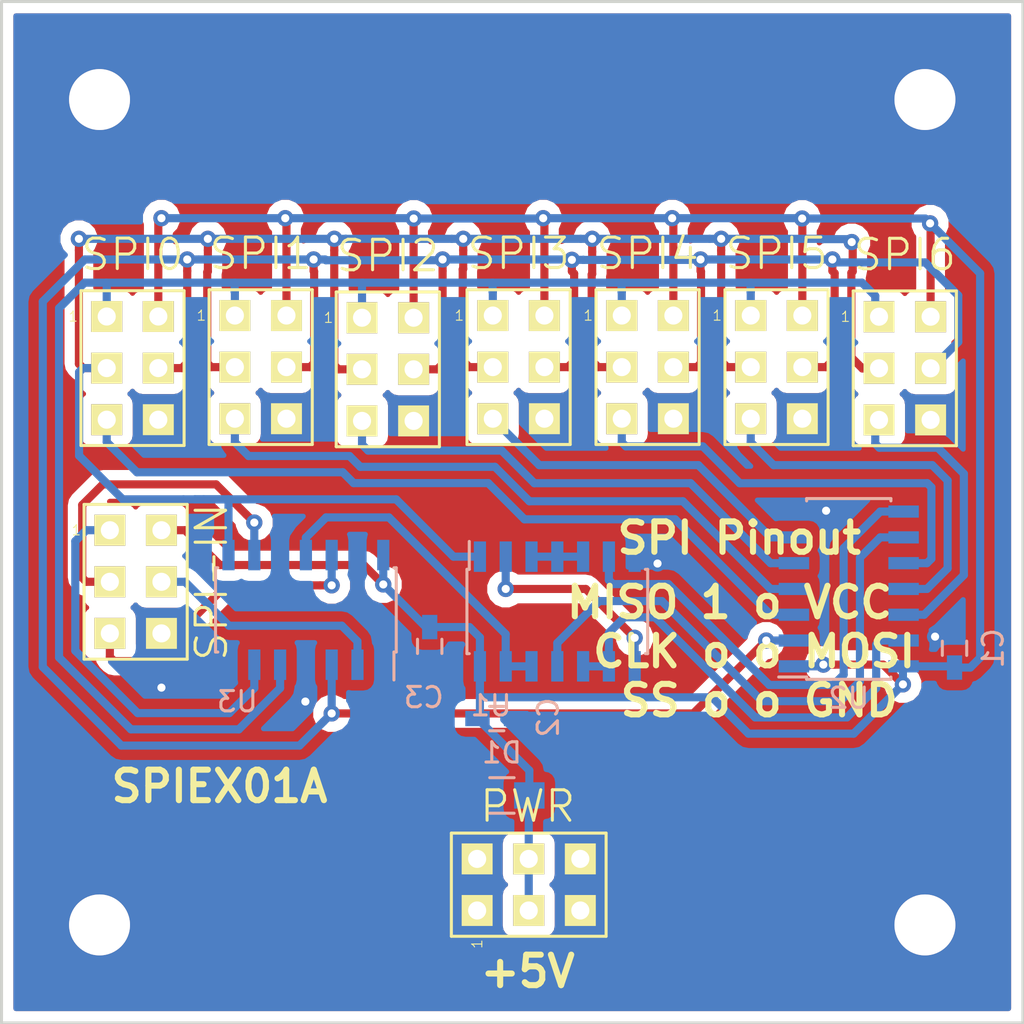
<source format=kicad_pcb>
(kicad_pcb (version 4) (host pcbnew 4.0.4-stable)

  (general
    (links 86)
    (no_connects 0)
    (area 106.526667 126.905 157.633334 177.995)
    (thickness 1.6)
    (drawings 9)
    (tracks 390)
    (zones 0)
    (modules 20)
    (nets 23)
  )

  (page A4)
  (layers
    (0 F.Cu signal)
    (31 B.Cu signal)
    (32 B.Adhes user)
    (33 F.Adhes user)
    (34 B.Paste user)
    (35 F.Paste user)
    (36 B.SilkS user)
    (37 F.SilkS user)
    (38 B.Mask user)
    (39 F.Mask user)
    (40 Dwgs.User user)
    (41 Cmts.User user)
    (42 Eco1.User user)
    (43 Eco2.User user)
    (44 Edge.Cuts user)
    (45 Margin user)
    (46 B.CrtYd user)
    (47 F.CrtYd user)
    (48 B.Fab user hide)
    (49 F.Fab user)
  )

  (setup
    (last_trace_width 0.4)
    (trace_clearance 0.4)
    (zone_clearance 0.508)
    (zone_45_only no)
    (trace_min 0.4)
    (segment_width 0.2)
    (edge_width 0.15)
    (via_size 0.8)
    (via_drill 0.4)
    (via_min_size 0.8)
    (via_min_drill 0.4)
    (uvia_size 0.3)
    (uvia_drill 0.1)
    (uvias_allowed no)
    (uvia_min_size 0.2)
    (uvia_min_drill 0.1)
    (pcb_text_width 0.3)
    (pcb_text_size 1.5 1.5)
    (mod_edge_width 0.15)
    (mod_text_size 1 1)
    (mod_text_width 0.15)
    (pad_size 1.524 1.524)
    (pad_drill 0.762)
    (pad_to_mask_clearance 0.2)
    (aux_axis_origin 0 0)
    (visible_elements 7FFFFFFF)
    (pcbplotparams
      (layerselection 0x010fc_80000001)
      (usegerberextensions false)
      (excludeedgelayer true)
      (linewidth 0.150000)
      (plotframeref false)
      (viasonmask false)
      (mode 1)
      (useauxorigin false)
      (hpglpennumber 1)
      (hpglpenspeed 20)
      (hpglpendiameter 15)
      (hpglpenoverlay 2)
      (psnegative false)
      (psa4output false)
      (plotreference true)
      (plotvalue true)
      (plotinvisibletext false)
      (padsonsilk false)
      (subtractmaskfromsilk false)
      (outputformat 1)
      (mirror false)
      (drillshape 0)
      (scaleselection 1)
      (outputdirectory /gerber))
  )

  (net 0 "")
  (net 1 VCC)
  (net 2 GND)
  (net 3 "Net-(U1-Pad2)")
  (net 4 "Net-(U1-Pad10)")
  (net 5 "Net-(U1-Pad11)")
  (net 6 /SS)
  (net 7 /MOSI)
  (net 8 "Net-(U1-Pad3)")
  (net 9 "Net-(U1-Pad6)")
  (net 10 /MISO)
  (net 11 /CLK)
  (net 12 /SS3)
  (net 13 /SS0)
  (net 14 /SS4)
  (net 15 /SS1)
  (net 16 /SS5)
  (net 17 /SS2)
  (net 18 /SS6)
  (net 19 /MOSI-IN)
  (net 20 /MISO-OUT)
  (net 21 /CLK-IN)
  (net 22 /SS-IN)

  (net_class Default "This is the default net class."
    (clearance 0.4)
    (trace_width 0.4)
    (via_dia 0.8)
    (via_drill 0.4)
    (uvia_dia 0.3)
    (uvia_drill 0.1)
    (add_net /CLK)
    (add_net /CLK-IN)
    (add_net /MISO)
    (add_net /MISO-OUT)
    (add_net /MOSI-IN)
    (add_net /SS-IN)
    (add_net /SS0)
    (add_net /SS1)
    (add_net /SS2)
    (add_net /SS3)
    (add_net /SS4)
    (add_net /SS5)
    (add_net /SS6)
    (add_net "Net-(U1-Pad3)")
    (add_net "Net-(U1-Pad6)")
  )

  (net_class III ""
    (clearance 0.4)
    (trace_width 0.4)
    (via_dia 0.8)
    (via_drill 0.4)
    (uvia_dia 0.3)
    (uvia_drill 0.1)
    (add_net /MOSI)
    (add_net /SS)
    (add_net GND)
    (add_net "Net-(U1-Pad10)")
    (add_net "Net-(U1-Pad11)")
    (add_net "Net-(U1-Pad2)")
    (add_net VCC)
  )

  (module Capacitors_SMD:C_0603_HandSoldering (layer B.Cu) (tedit 541A9B4D) (tstamp 592C0F23)
    (at 128.016 159.004 270)
    (descr "Capacitor SMD 0603, hand soldering")
    (tags "capacitor 0603")
    (path /592C5277)
    (attr smd)
    (fp_text reference C3 (at 2.516536 0.291 540) (layer B.SilkS)
      (effects (font (size 1 1) (thickness 0.15)) (justify mirror))
    )
    (fp_text value 100n (at 0 -1.9 270) (layer B.Fab)
      (effects (font (size 1 1) (thickness 0.15)) (justify mirror))
    )
    (fp_line (start -1.85 0.75) (end 1.85 0.75) (layer B.CrtYd) (width 0.05))
    (fp_line (start -1.85 -0.75) (end 1.85 -0.75) (layer B.CrtYd) (width 0.05))
    (fp_line (start -1.85 0.75) (end -1.85 -0.75) (layer B.CrtYd) (width 0.05))
    (fp_line (start 1.85 0.75) (end 1.85 -0.75) (layer B.CrtYd) (width 0.05))
    (fp_line (start -0.35 0.6) (end 0.35 0.6) (layer B.SilkS) (width 0.15))
    (fp_line (start 0.35 -0.6) (end -0.35 -0.6) (layer B.SilkS) (width 0.15))
    (pad 1 smd rect (at -0.95 0 270) (size 1.2 0.75) (layers B.Cu B.Paste B.Mask)
      (net 1 VCC))
    (pad 2 smd rect (at 0.95 0 270) (size 1.2 0.75) (layers B.Cu B.Paste B.Mask)
      (net 2 GND))
    (model Capacitors_SMD.3dshapes/C_0603_HandSoldering.wrl
      (at (xyz 0 0 0))
      (scale (xyz 1 1 1))
      (rotate (xyz 0 0 0))
    )
  )

  (module Housings_SOIC:SOIC-14_3.9x8.7mm_Pitch1.27mm (layer B.Cu) (tedit 54130A77) (tstamp 592C0FA9)
    (at 121.92 157.208684 90)
    (descr "14-Lead Plastic Small Outline (SL) - Narrow, 3.90 mm Body [SOIC] (see Microchip Packaging Specification 00000049BS.pdf)")
    (tags "SOIC 1.27")
    (path /592C0D2F)
    (attr smd)
    (fp_text reference U3 (at -4.516536 -3.374768 360) (layer B.SilkS)
      (effects (font (size 1 1) (thickness 0.15)) (justify mirror))
    )
    (fp_text value 74HC125 (at 0 -5.375 90) (layer B.Fab)
      (effects (font (size 1 1) (thickness 0.15)) (justify mirror))
    )
    (fp_line (start -3.7 4.65) (end -3.7 -4.65) (layer B.CrtYd) (width 0.05))
    (fp_line (start 3.7 4.65) (end 3.7 -4.65) (layer B.CrtYd) (width 0.05))
    (fp_line (start -3.7 4.65) (end 3.7 4.65) (layer B.CrtYd) (width 0.05))
    (fp_line (start -3.7 -4.65) (end 3.7 -4.65) (layer B.CrtYd) (width 0.05))
    (fp_line (start -2.075 4.45) (end -2.075 4.335) (layer B.SilkS) (width 0.15))
    (fp_line (start 2.075 4.45) (end 2.075 4.335) (layer B.SilkS) (width 0.15))
    (fp_line (start 2.075 -4.45) (end 2.075 -4.335) (layer B.SilkS) (width 0.15))
    (fp_line (start -2.075 -4.45) (end -2.075 -4.335) (layer B.SilkS) (width 0.15))
    (fp_line (start -2.075 4.45) (end 2.075 4.45) (layer B.SilkS) (width 0.15))
    (fp_line (start -2.075 -4.45) (end 2.075 -4.45) (layer B.SilkS) (width 0.15))
    (fp_line (start -2.075 4.335) (end -3.45 4.335) (layer B.SilkS) (width 0.15))
    (pad 1 smd rect (at -2.7 3.81 90) (size 1.5 0.6) (layers B.Cu B.Paste B.Mask)
      (net 2 GND))
    (pad 2 smd rect (at -2.7 2.54 90) (size 1.5 0.6) (layers B.Cu B.Paste B.Mask)
      (net 19 /MOSI-IN))
    (pad 3 smd rect (at -2.7 1.27 90) (size 1.5 0.6) (layers B.Cu B.Paste B.Mask)
      (net 7 /MOSI))
    (pad 4 smd rect (at -2.7 0 90) (size 1.5 0.6) (layers B.Cu B.Paste B.Mask)
      (net 2 GND))
    (pad 5 smd rect (at -2.7 -1.27 90) (size 1.5 0.6) (layers B.Cu B.Paste B.Mask)
      (net 10 /MISO))
    (pad 6 smd rect (at -2.7 -2.54 90) (size 1.5 0.6) (layers B.Cu B.Paste B.Mask)
      (net 20 /MISO-OUT))
    (pad 7 smd rect (at -2.7 -3.81 90) (size 1.5 0.6) (layers B.Cu B.Paste B.Mask)
      (net 2 GND))
    (pad 8 smd rect (at 2.7 -3.81 90) (size 1.5 0.6) (layers B.Cu B.Paste B.Mask)
      (net 11 /CLK))
    (pad 9 smd rect (at 2.7 -2.54 90) (size 1.5 0.6) (layers B.Cu B.Paste B.Mask)
      (net 21 /CLK-IN))
    (pad 10 smd rect (at 2.7 -1.27 90) (size 1.5 0.6) (layers B.Cu B.Paste B.Mask)
      (net 2 GND))
    (pad 11 smd rect (at 2.7 0 90) (size 1.5 0.6) (layers B.Cu B.Paste B.Mask)
      (net 6 /SS))
    (pad 12 smd rect (at 2.7 1.27 90) (size 1.5 0.6) (layers B.Cu B.Paste B.Mask)
      (net 22 /SS-IN))
    (pad 13 smd rect (at 2.7 2.54 90) (size 1.5 0.6) (layers B.Cu B.Paste B.Mask)
      (net 2 GND))
    (pad 14 smd rect (at 2.7 3.81 90) (size 1.5 0.6) (layers B.Cu B.Paste B.Mask)
      (net 1 VCC))
    (model Housings_SOIC.3dshapes/SOIC-14_3.9x8.7mm_Pitch1.27mm.wrl
      (at (xyz 0 0 0))
      (scale (xyz 1 1 1))
      (rotate (xyz 0 0 0))
    )
  )

  (module Capacitors_SMD:C_0603_HandSoldering (layer B.Cu) (tedit 541A9B4D) (tstamp 592C19C5)
    (at 153.857 159.09822 90)
    (descr "Capacitor SMD 0603, hand soldering")
    (tags "capacitor 0603")
    (path /5927E5AB)
    (attr smd)
    (fp_text reference C1 (at 0 1.9 90) (layer B.SilkS)
      (effects (font (size 1 1) (thickness 0.15)) (justify mirror))
    )
    (fp_text value 100n (at 0 -1.9 90) (layer B.Fab)
      (effects (font (size 1 1) (thickness 0.15)) (justify mirror))
    )
    (fp_line (start -1.85 0.75) (end 1.85 0.75) (layer B.CrtYd) (width 0.05))
    (fp_line (start -1.85 -0.75) (end 1.85 -0.75) (layer B.CrtYd) (width 0.05))
    (fp_line (start -1.85 0.75) (end -1.85 -0.75) (layer B.CrtYd) (width 0.05))
    (fp_line (start 1.85 0.75) (end 1.85 -0.75) (layer B.CrtYd) (width 0.05))
    (fp_line (start -0.35 0.6) (end 0.35 0.6) (layer B.SilkS) (width 0.15))
    (fp_line (start 0.35 -0.6) (end -0.35 -0.6) (layer B.SilkS) (width 0.15))
    (pad 1 smd rect (at -0.95 0 90) (size 1.2 0.75) (layers B.Cu B.Paste B.Mask)
      (net 1 VCC))
    (pad 2 smd rect (at 0.95 0 90) (size 1.2 0.75) (layers B.Cu B.Paste B.Mask)
      (net 2 GND))
    (model Capacitors_SMD.3dshapes/C_0603_HandSoldering.wrl
      (at (xyz 0 0 0))
      (scale (xyz 1 1 1))
      (rotate (xyz 0 0 0))
    )
  )

  (module Capacitors_SMD:C_0603_HandSoldering (layer B.Cu) (tedit 541A9B4D) (tstamp 592C19CB)
    (at 131.318 162.56)
    (descr "Capacitor SMD 0603, hand soldering")
    (tags "capacitor 0603")
    (path /5927E6D6)
    (attr smd)
    (fp_text reference C2 (at 2.532 -0.058 270) (layer B.SilkS)
      (effects (font (size 1 1) (thickness 0.15)) (justify mirror))
    )
    (fp_text value 100n (at 0 -1.9) (layer B.Fab)
      (effects (font (size 1 1) (thickness 0.15)) (justify mirror))
    )
    (fp_line (start -1.85 0.75) (end 1.85 0.75) (layer B.CrtYd) (width 0.05))
    (fp_line (start -1.85 -0.75) (end 1.85 -0.75) (layer B.CrtYd) (width 0.05))
    (fp_line (start -1.85 0.75) (end -1.85 -0.75) (layer B.CrtYd) (width 0.05))
    (fp_line (start 1.85 0.75) (end 1.85 -0.75) (layer B.CrtYd) (width 0.05))
    (fp_line (start -0.35 0.6) (end 0.35 0.6) (layer B.SilkS) (width 0.15))
    (fp_line (start 0.35 -0.6) (end -0.35 -0.6) (layer B.SilkS) (width 0.15))
    (pad 1 smd rect (at -0.95 0) (size 1.2 0.75) (layers B.Cu B.Paste B.Mask)
      (net 1 VCC))
    (pad 2 smd rect (at 0.95 0) (size 1.2 0.75) (layers B.Cu B.Paste B.Mask)
      (net 2 GND))
    (model Capacitors_SMD.3dshapes/C_0603_HandSoldering.wrl
      (at (xyz 0 0 0))
      (scale (xyz 1 1 1))
      (rotate (xyz 0 0 0))
    )
  )

  (module Housings_SOIC:SOIC-14_3.9x8.7mm_Pitch1.27mm (layer B.Cu) (tedit 54130A77) (tstamp 592C19DD)
    (at 134.299 157.28722 270)
    (descr "14-Lead Plastic Small Outline (SL) - Narrow, 3.90 mm Body [SOIC] (see Microchip Packaging Specification 00000049BS.pdf)")
    (tags "SOIC 1.27")
    (path /5927DB45)
    (attr smd)
    (fp_text reference U1 (at 4.638 3.265 540) (layer B.SilkS)
      (effects (font (size 1 1) (thickness 0.15)) (justify mirror))
    )
    (fp_text value 74HC00 (at 0 -5.375 270) (layer B.Fab)
      (effects (font (size 1 1) (thickness 0.15)) (justify mirror))
    )
    (fp_line (start -3.7 4.65) (end -3.7 -4.65) (layer B.CrtYd) (width 0.05))
    (fp_line (start 3.7 4.65) (end 3.7 -4.65) (layer B.CrtYd) (width 0.05))
    (fp_line (start -3.7 4.65) (end 3.7 4.65) (layer B.CrtYd) (width 0.05))
    (fp_line (start -3.7 -4.65) (end 3.7 -4.65) (layer B.CrtYd) (width 0.05))
    (fp_line (start -2.075 4.45) (end -2.075 4.335) (layer B.SilkS) (width 0.15))
    (fp_line (start 2.075 4.45) (end 2.075 4.335) (layer B.SilkS) (width 0.15))
    (fp_line (start 2.075 -4.45) (end 2.075 -4.335) (layer B.SilkS) (width 0.15))
    (fp_line (start -2.075 -4.45) (end -2.075 -4.335) (layer B.SilkS) (width 0.15))
    (fp_line (start -2.075 4.45) (end 2.075 4.45) (layer B.SilkS) (width 0.15))
    (fp_line (start -2.075 -4.45) (end 2.075 -4.45) (layer B.SilkS) (width 0.15))
    (fp_line (start -2.075 4.335) (end -3.45 4.335) (layer B.SilkS) (width 0.15))
    (pad 1 smd rect (at -2.7 3.81 270) (size 1.5 0.6) (layers B.Cu B.Paste B.Mask)
      (net 11 /CLK))
    (pad 2 smd rect (at -2.7 2.54 270) (size 1.5 0.6) (layers B.Cu B.Paste B.Mask)
      (net 3 "Net-(U1-Pad2)"))
    (pad 3 smd rect (at -2.7 1.27 270) (size 1.5 0.6) (layers B.Cu B.Paste B.Mask)
      (net 8 "Net-(U1-Pad3)"))
    (pad 4 smd rect (at -2.7 0 270) (size 1.5 0.6) (layers B.Cu B.Paste B.Mask)
      (net 8 "Net-(U1-Pad3)"))
    (pad 5 smd rect (at -2.7 -1.27 270) (size 1.5 0.6) (layers B.Cu B.Paste B.Mask)
      (net 8 "Net-(U1-Pad3)"))
    (pad 6 smd rect (at -2.7 -2.54 270) (size 1.5 0.6) (layers B.Cu B.Paste B.Mask)
      (net 9 "Net-(U1-Pad6)"))
    (pad 7 smd rect (at -2.7 -3.81 270) (size 1.5 0.6) (layers B.Cu B.Paste B.Mask)
      (net 2 GND))
    (pad 8 smd rect (at 2.7 -3.81 270) (size 1.5 0.6) (layers B.Cu B.Paste B.Mask)
      (net 3 "Net-(U1-Pad2)"))
    (pad 9 smd rect (at 2.7 -2.54 270) (size 1.5 0.6) (layers B.Cu B.Paste B.Mask)
      (net 4 "Net-(U1-Pad10)"))
    (pad 10 smd rect (at 2.7 -1.27 270) (size 1.5 0.6) (layers B.Cu B.Paste B.Mask)
      (net 4 "Net-(U1-Pad10)"))
    (pad 11 smd rect (at 2.7 0 270) (size 1.5 0.6) (layers B.Cu B.Paste B.Mask)
      (net 5 "Net-(U1-Pad11)"))
    (pad 12 smd rect (at 2.7 1.27 270) (size 1.5 0.6) (layers B.Cu B.Paste B.Mask)
      (net 6 /SS))
    (pad 13 smd rect (at 2.7 2.54 270) (size 1.5 0.6) (layers B.Cu B.Paste B.Mask)
      (net 6 /SS))
    (pad 14 smd rect (at 2.7 3.81 270) (size 1.5 0.6) (layers B.Cu B.Paste B.Mask)
      (net 1 VCC))
    (model Housings_SOIC.3dshapes/SOIC-14_3.9x8.7mm_Pitch1.27mm.wrl
      (at (xyz 0 0 0))
      (scale (xyz 1 1 1))
      (rotate (xyz 0 0 0))
    )
  )

  (module Housings_SOIC:SOIC-14_3.9x8.7mm_Pitch1.27mm (layer B.Cu) (tedit 54130A77) (tstamp 592C19EF)
    (at 148.65 156.17722)
    (descr "14-Lead Plastic Small Outline (SL) - Narrow, 3.90 mm Body [SOIC] (see Microchip Packaging Specification 00000049BS.pdf)")
    (tags "SOIC 1.27")
    (path /5927DAF1)
    (attr smd)
    (fp_text reference U2 (at 0 5.375) (layer B.SilkS)
      (effects (font (size 1 1) (thickness 0.15)) (justify mirror))
    )
    (fp_text value 74HC164 (at 0 -5.375) (layer B.Fab)
      (effects (font (size 1 1) (thickness 0.15)) (justify mirror))
    )
    (fp_line (start -3.7 4.65) (end -3.7 -4.65) (layer B.CrtYd) (width 0.05))
    (fp_line (start 3.7 4.65) (end 3.7 -4.65) (layer B.CrtYd) (width 0.05))
    (fp_line (start -3.7 4.65) (end 3.7 4.65) (layer B.CrtYd) (width 0.05))
    (fp_line (start -3.7 -4.65) (end 3.7 -4.65) (layer B.CrtYd) (width 0.05))
    (fp_line (start -2.075 4.45) (end -2.075 4.335) (layer B.SilkS) (width 0.15))
    (fp_line (start 2.075 4.45) (end 2.075 4.335) (layer B.SilkS) (width 0.15))
    (fp_line (start 2.075 -4.45) (end 2.075 -4.335) (layer B.SilkS) (width 0.15))
    (fp_line (start -2.075 -4.45) (end -2.075 -4.335) (layer B.SilkS) (width 0.15))
    (fp_line (start -2.075 4.45) (end 2.075 4.45) (layer B.SilkS) (width 0.15))
    (fp_line (start -2.075 -4.45) (end 2.075 -4.45) (layer B.SilkS) (width 0.15))
    (fp_line (start -2.075 4.335) (end -3.45 4.335) (layer B.SilkS) (width 0.15))
    (pad 1 smd rect (at -2.7 3.81) (size 1.5 0.6) (layers B.Cu B.Paste B.Mask)
      (net 1 VCC))
    (pad 2 smd rect (at -2.7 2.54) (size 1.5 0.6) (layers B.Cu B.Paste B.Mask)
      (net 7 /MOSI))
    (pad 3 smd rect (at -2.7 1.27) (size 1.5 0.6) (layers B.Cu B.Paste B.Mask)
      (net 13 /SS0))
    (pad 4 smd rect (at -2.7 0) (size 1.5 0.6) (layers B.Cu B.Paste B.Mask)
      (net 15 /SS1))
    (pad 5 smd rect (at -2.7 -1.27) (size 1.5 0.6) (layers B.Cu B.Paste B.Mask)
      (net 17 /SS2))
    (pad 6 smd rect (at -2.7 -2.54) (size 1.5 0.6) (layers B.Cu B.Paste B.Mask)
      (net 12 /SS3))
    (pad 7 smd rect (at -2.7 -3.81) (size 1.5 0.6) (layers B.Cu B.Paste B.Mask)
      (net 2 GND))
    (pad 8 smd rect (at 2.7 -3.81) (size 1.5 0.6) (layers B.Cu B.Paste B.Mask)
      (net 9 "Net-(U1-Pad6)"))
    (pad 9 smd rect (at 2.7 -2.54) (size 1.5 0.6) (layers B.Cu B.Paste B.Mask)
      (net 5 "Net-(U1-Pad11)"))
    (pad 10 smd rect (at 2.7 -1.27) (size 1.5 0.6) (layers B.Cu B.Paste B.Mask)
      (net 14 /SS4))
    (pad 11 smd rect (at 2.7 0) (size 1.5 0.6) (layers B.Cu B.Paste B.Mask)
      (net 16 /SS5))
    (pad 12 smd rect (at 2.7 1.27) (size 1.5 0.6) (layers B.Cu B.Paste B.Mask)
      (net 18 /SS6))
    (pad 13 smd rect (at 2.7 2.54) (size 1.5 0.6) (layers B.Cu B.Paste B.Mask)
      (net 4 "Net-(U1-Pad10)"))
    (pad 14 smd rect (at 2.7 3.81) (size 1.5 0.6) (layers B.Cu B.Paste B.Mask)
      (net 1 VCC))
    (model Housings_SOIC.3dshapes/SOIC-14_3.9x8.7mm_Pitch1.27mm.wrl
      (at (xyz 0 0 0))
      (scale (xyz 1 1 1))
      (rotate (xyz 0 0 0))
    )
  )

  (module Mounting_Holes:MountingHole_3mm (layer B.Cu) (tedit 592D3EC1) (tstamp 592D3C93)
    (at 111.76 172.72)
    (descr "Mounting Hole 3mm, no annular")
    (tags "mounting hole 3mm no annular")
    (path /592D4554)
    (fp_text reference P10 (at 0 4) (layer B.SilkS) hide
      (effects (font (size 1 1) (thickness 0.15)) (justify mirror))
    )
    (fp_text value CONN_01X01 (at 0.4064 -3.1496) (layer B.Fab)
      (effects (font (size 1 1) (thickness 0.15)) (justify mirror))
    )
    (fp_circle (center 0 0) (end 3 0) (layer Cmts.User) (width 0.15))
    (fp_circle (center 0 0) (end 3.25 0) (layer B.CrtYd) (width 0.05))
    (pad 1 np_thru_hole circle (at 0 0) (size 3 3) (drill 3) (layers *.Cu *.Mask B.SilkS)
      (net 2 GND))
  )

  (module Mounting_Holes:MountingHole_3mm (layer B.Cu) (tedit 592D3EC4) (tstamp 592D3C98)
    (at 152.4 172.72)
    (descr "Mounting Hole 3mm, no annular")
    (tags "mounting hole 3mm no annular")
    (path /592D482B)
    (fp_text reference P11 (at 0 4) (layer B.SilkS) hide
      (effects (font (size 1 1) (thickness 0.15)) (justify mirror))
    )
    (fp_text value CONN_01X01 (at 0 -4) (layer B.Fab)
      (effects (font (size 1 1) (thickness 0.15)) (justify mirror))
    )
    (fp_circle (center 0 0) (end 3 0) (layer Cmts.User) (width 0.15))
    (fp_circle (center 0 0) (end 3.25 0) (layer B.CrtYd) (width 0.05))
    (pad 1 np_thru_hole circle (at 0 0) (size 3 3) (drill 3) (layers *.Cu *.Mask B.SilkS)
      (net 2 GND))
  )

  (module Mounting_Holes:MountingHole_3mm (layer B.Cu) (tedit 592D3EC8) (tstamp 592D3C9D)
    (at 111.76 132.08)
    (descr "Mounting Hole 3mm, no annular")
    (tags "mounting hole 3mm no annular")
    (path /592D4888)
    (fp_text reference P12 (at 0 4) (layer B.SilkS) hide
      (effects (font (size 1 1) (thickness 0.15)) (justify mirror))
    )
    (fp_text value CONN_01X01 (at 0 -4) (layer B.Fab)
      (effects (font (size 1 1) (thickness 0.15)) (justify mirror))
    )
    (fp_circle (center 0 0) (end 3 0) (layer Cmts.User) (width 0.15))
    (fp_circle (center 0 0) (end 3.25 0) (layer B.CrtYd) (width 0.05))
    (pad 1 np_thru_hole circle (at 0 0) (size 3 3) (drill 3) (layers *.Cu *.Mask B.SilkS)
      (net 2 GND))
  )

  (module Mounting_Holes:MountingHole_3mm (layer B.Cu) (tedit 592D3ECA) (tstamp 592D3CA2)
    (at 152.4 132.08)
    (descr "Mounting Hole 3mm, no annular")
    (tags "mounting hole 3mm no annular")
    (path /592D48F3)
    (fp_text reference P13 (at 0 4) (layer B.SilkS) hide
      (effects (font (size 1 1) (thickness 0.15)) (justify mirror))
    )
    (fp_text value CONN_01X01 (at 0 -4) (layer B.Fab)
      (effects (font (size 1 1) (thickness 0.15)) (justify mirror))
    )
    (fp_circle (center 0 0) (end 3 0) (layer Cmts.User) (width 0.15))
    (fp_circle (center 0 0) (end 3.25 0) (layer B.CrtYd) (width 0.05))
    (pad 1 np_thru_hole circle (at 0 0) (size 3 3) (drill 3) (layers *.Cu *.Mask B.SilkS)
      (net 2 GND))
  )

  (module Mlab_Pin_Headers:Straight_2x03 (layer F.Cu) (tedit 592D4DD3) (tstamp 592D4722)
    (at 132.8928 170.7388 90)
    (descr "pin header straight 2x03")
    (tags "pin header straight 2x03")
    (path /592D8087)
    (fp_text reference J1 (at 1.526 -5.474 180) (layer F.SilkS) hide
      (effects (font (size 1.5 1.5) (thickness 0.15)))
    )
    (fp_text value PWR (at 3.8608 -0.0508 180) (layer F.SilkS)
      (effects (font (size 1.5 1.5) (thickness 0.15)))
    )
    (fp_text user 1 (at -2.921 -2.54 90) (layer F.SilkS)
      (effects (font (size 0.5 0.5) (thickness 0.05)))
    )
    (fp_line (start -2.54 -3.81) (end 2.54 -3.81) (layer F.SilkS) (width 0.15))
    (fp_line (start 2.54 -3.81) (end 2.54 3.81) (layer F.SilkS) (width 0.15))
    (fp_line (start 2.54 3.81) (end -2.54 3.81) (layer F.SilkS) (width 0.15))
    (fp_line (start -2.54 3.81) (end -2.54 -3.81) (layer F.SilkS) (width 0.15))
    (pad 1 thru_hole rect (at -1.27 -2.54 90) (size 1.524 1.524) (drill 0.889) (layers *.Cu *.Mask F.SilkS)
      (net 2 GND))
    (pad 2 thru_hole rect (at 1.27 -2.54 90) (size 1.524 1.524) (drill 0.889) (layers *.Cu *.Mask F.SilkS)
      (net 2 GND))
    (pad 3 thru_hole rect (at -1.27 0 90) (size 1.524 1.524) (drill 0.889) (layers *.Cu *.Mask F.SilkS)
      (net 1 VCC))
    (pad 4 thru_hole rect (at 1.27 0 90) (size 1.524 1.524) (drill 0.889) (layers *.Cu *.Mask F.SilkS)
      (net 1 VCC))
    (pad 5 thru_hole rect (at -1.27 2.54 90) (size 1.524 1.524) (drill 0.889) (layers *.Cu *.Mask F.SilkS)
      (net 2 GND))
    (pad 6 thru_hole rect (at 1.27 2.54 90) (size 1.524 1.524) (drill 0.889) (layers *.Cu *.Mask F.SilkS)
      (net 2 GND))
    (model Pin_Headers/Pin_Header_Straight_2x03.wrl
      (at (xyz 0 0 0))
      (scale (xyz 1 1 1))
      (rotate (xyz 0 0 90))
    )
  )

  (module Mlab_Pin_Headers:Straight_2x03 (layer F.Cu) (tedit 592D5069) (tstamp 592DEF7F)
    (at 113.538 155.82522)
    (descr "pin header straight 2x03")
    (tags "pin header straight 2x03")
    (path /592802C7)
    (fp_text reference P1 (at -0.07 5.094) (layer F.SilkS) hide
      (effects (font (size 1.5 1.5) (thickness 0.15)))
    )
    (fp_text value SPI-IN (at 3.74 0.014 90) (layer F.SilkS)
      (effects (font (size 1.5 1.5) (thickness 0.15)))
    )
    (fp_text user 1 (at -2.921 -2.54) (layer F.SilkS)
      (effects (font (size 0.5 0.5) (thickness 0.05)))
    )
    (fp_line (start -2.54 -3.81) (end 2.54 -3.81) (layer F.SilkS) (width 0.15))
    (fp_line (start 2.54 -3.81) (end 2.54 3.81) (layer F.SilkS) (width 0.15))
    (fp_line (start 2.54 3.81) (end -2.54 3.81) (layer F.SilkS) (width 0.15))
    (fp_line (start -2.54 3.81) (end -2.54 -3.81) (layer F.SilkS) (width 0.15))
    (pad 1 thru_hole rect (at -1.27 -2.54) (size 1.524 1.524) (drill 0.889) (layers *.Cu *.Mask F.SilkS)
      (net 20 /MISO-OUT))
    (pad 2 thru_hole rect (at 1.27 -2.54) (size 1.524 1.524) (drill 0.889) (layers *.Cu *.Mask F.SilkS)
      (net 1 VCC))
    (pad 3 thru_hole rect (at -1.27 0) (size 1.524 1.524) (drill 0.889) (layers *.Cu *.Mask F.SilkS)
      (net 21 /CLK-IN))
    (pad 4 thru_hole rect (at 1.27 0) (size 1.524 1.524) (drill 0.889) (layers *.Cu *.Mask F.SilkS)
      (net 19 /MOSI-IN))
    (pad 5 thru_hole rect (at -1.27 2.54) (size 1.524 1.524) (drill 0.889) (layers *.Cu *.Mask F.SilkS)
      (net 22 /SS-IN))
    (pad 6 thru_hole rect (at 1.27 2.54) (size 1.524 1.524) (drill 0.889) (layers *.Cu *.Mask F.SilkS)
      (net 2 GND))
    (model Pin_Headers/Pin_Header_Straight_2x03.wrl
      (at (xyz 0 0 0))
      (scale (xyz 1 1 1))
      (rotate (xyz 0 0 90))
    )
  )

  (module Mlab_Pin_Headers:Straight_2x03 (layer F.Cu) (tedit 592D4DC6) (tstamp 592DEF8D)
    (at 132.394 145.25522)
    (descr "pin header straight 2x03")
    (tags "pin header straight 2x03")
    (path /5927FE0E)
    (fp_text reference P2 (at 0.254 4.826) (layer F.SilkS) hide
      (effects (font (size 1.5 1.5) (thickness 0.15)))
    )
    (fp_text value SPI3 (at 0 -5.588) (layer F.SilkS)
      (effects (font (size 1.5 1.5) (thickness 0.15)))
    )
    (fp_text user 1 (at -2.921 -2.54) (layer F.SilkS)
      (effects (font (size 0.5 0.5) (thickness 0.05)))
    )
    (fp_line (start -2.54 -3.81) (end 2.54 -3.81) (layer F.SilkS) (width 0.15))
    (fp_line (start 2.54 -3.81) (end 2.54 3.81) (layer F.SilkS) (width 0.15))
    (fp_line (start 2.54 3.81) (end -2.54 3.81) (layer F.SilkS) (width 0.15))
    (fp_line (start -2.54 3.81) (end -2.54 -3.81) (layer F.SilkS) (width 0.15))
    (pad 1 thru_hole rect (at -1.27 -2.54) (size 1.524 1.524) (drill 0.889) (layers *.Cu *.Mask F.SilkS)
      (net 10 /MISO))
    (pad 2 thru_hole rect (at 1.27 -2.54) (size 1.524 1.524) (drill 0.889) (layers *.Cu *.Mask F.SilkS)
      (net 1 VCC))
    (pad 3 thru_hole rect (at -1.27 0) (size 1.524 1.524) (drill 0.889) (layers *.Cu *.Mask F.SilkS)
      (net 11 /CLK))
    (pad 4 thru_hole rect (at 1.27 0) (size 1.524 1.524) (drill 0.889) (layers *.Cu *.Mask F.SilkS)
      (net 7 /MOSI))
    (pad 5 thru_hole rect (at -1.27 2.54) (size 1.524 1.524) (drill 0.889) (layers *.Cu *.Mask F.SilkS)
      (net 12 /SS3))
    (pad 6 thru_hole rect (at 1.27 2.54) (size 1.524 1.524) (drill 0.889) (layers *.Cu *.Mask F.SilkS)
      (net 2 GND))
    (model Pin_Headers/Pin_Header_Straight_2x03.wrl
      (at (xyz 0 0 0))
      (scale (xyz 1 1 1))
      (rotate (xyz 0 0 90))
    )
  )

  (module Mlab_Pin_Headers:Straight_2x03 (layer F.Cu) (tedit 592D4DBD) (tstamp 592DEF9B)
    (at 113.384 145.30322)
    (descr "pin header straight 2x03")
    (tags "pin header straight 2x03")
    (path /5927F3EE)
    (fp_text reference P3 (at 0.254 4.826) (layer F.SilkS) hide
      (effects (font (size 1.5 1.5) (thickness 0.15)))
    )
    (fp_text value SPI0 (at 0 -5.588) (layer F.SilkS)
      (effects (font (size 1.5 1.5) (thickness 0.15)))
    )
    (fp_text user 1 (at -2.921 -2.54) (layer F.SilkS)
      (effects (font (size 0.5 0.5) (thickness 0.05)))
    )
    (fp_line (start -2.54 -3.81) (end 2.54 -3.81) (layer F.SilkS) (width 0.15))
    (fp_line (start 2.54 -3.81) (end 2.54 3.81) (layer F.SilkS) (width 0.15))
    (fp_line (start 2.54 3.81) (end -2.54 3.81) (layer F.SilkS) (width 0.15))
    (fp_line (start -2.54 3.81) (end -2.54 -3.81) (layer F.SilkS) (width 0.15))
    (pad 1 thru_hole rect (at -1.27 -2.54) (size 1.524 1.524) (drill 0.889) (layers *.Cu *.Mask F.SilkS)
      (net 10 /MISO))
    (pad 2 thru_hole rect (at 1.27 -2.54) (size 1.524 1.524) (drill 0.889) (layers *.Cu *.Mask F.SilkS)
      (net 1 VCC))
    (pad 3 thru_hole rect (at -1.27 0) (size 1.524 1.524) (drill 0.889) (layers *.Cu *.Mask F.SilkS)
      (net 11 /CLK))
    (pad 4 thru_hole rect (at 1.27 0) (size 1.524 1.524) (drill 0.889) (layers *.Cu *.Mask F.SilkS)
      (net 7 /MOSI))
    (pad 5 thru_hole rect (at -1.27 2.54) (size 1.524 1.524) (drill 0.889) (layers *.Cu *.Mask F.SilkS)
      (net 13 /SS0))
    (pad 6 thru_hole rect (at 1.27 2.54) (size 1.524 1.524) (drill 0.889) (layers *.Cu *.Mask F.SilkS)
      (net 2 GND))
    (model Pin_Headers/Pin_Header_Straight_2x03.wrl
      (at (xyz 0 0 0))
      (scale (xyz 1 1 1))
      (rotate (xyz 0 0 90))
    )
  )

  (module Mlab_Pin_Headers:Straight_2x03 (layer F.Cu) (tedit 592D4DCA) (tstamp 592DEFA9)
    (at 138.744 145.25522)
    (descr "pin header straight 2x03")
    (tags "pin header straight 2x03")
    (path /5927FE4E)
    (fp_text reference P4 (at 0.254 4.826) (layer F.SilkS) hide
      (effects (font (size 1.5 1.5) (thickness 0.15)))
    )
    (fp_text value SPI4 (at 0 -5.588) (layer F.SilkS)
      (effects (font (size 1.5 1.5) (thickness 0.15)))
    )
    (fp_text user 1 (at -2.921 -2.54) (layer F.SilkS)
      (effects (font (size 0.5 0.5) (thickness 0.05)))
    )
    (fp_line (start -2.54 -3.81) (end 2.54 -3.81) (layer F.SilkS) (width 0.15))
    (fp_line (start 2.54 -3.81) (end 2.54 3.81) (layer F.SilkS) (width 0.15))
    (fp_line (start 2.54 3.81) (end -2.54 3.81) (layer F.SilkS) (width 0.15))
    (fp_line (start -2.54 3.81) (end -2.54 -3.81) (layer F.SilkS) (width 0.15))
    (pad 1 thru_hole rect (at -1.27 -2.54) (size 1.524 1.524) (drill 0.889) (layers *.Cu *.Mask F.SilkS)
      (net 10 /MISO))
    (pad 2 thru_hole rect (at 1.27 -2.54) (size 1.524 1.524) (drill 0.889) (layers *.Cu *.Mask F.SilkS)
      (net 1 VCC))
    (pad 3 thru_hole rect (at -1.27 0) (size 1.524 1.524) (drill 0.889) (layers *.Cu *.Mask F.SilkS)
      (net 11 /CLK))
    (pad 4 thru_hole rect (at 1.27 0) (size 1.524 1.524) (drill 0.889) (layers *.Cu *.Mask F.SilkS)
      (net 7 /MOSI))
    (pad 5 thru_hole rect (at -1.27 2.54) (size 1.524 1.524) (drill 0.889) (layers *.Cu *.Mask F.SilkS)
      (net 14 /SS4))
    (pad 6 thru_hole rect (at 1.27 2.54) (size 1.524 1.524) (drill 0.889) (layers *.Cu *.Mask F.SilkS)
      (net 2 GND))
    (model Pin_Headers/Pin_Header_Straight_2x03.wrl
      (at (xyz 0 0 0))
      (scale (xyz 1 1 1))
      (rotate (xyz 0 0 90))
    )
  )

  (module Mlab_Pin_Headers:Straight_2x03 (layer F.Cu) (tedit 592D4DC1) (tstamp 592DEFB7)
    (at 119.694 145.25522)
    (descr "pin header straight 2x03")
    (tags "pin header straight 2x03")
    (path /5927FD55)
    (fp_text reference P5 (at 0.254 4.826) (layer F.SilkS) hide
      (effects (font (size 1.5 1.5) (thickness 0.15)))
    )
    (fp_text value SPI1 (at 0 -5.588) (layer F.SilkS)
      (effects (font (size 1.5 1.5) (thickness 0.15)))
    )
    (fp_text user 1 (at -2.921 -2.54) (layer F.SilkS)
      (effects (font (size 0.5 0.5) (thickness 0.05)))
    )
    (fp_line (start -2.54 -3.81) (end 2.54 -3.81) (layer F.SilkS) (width 0.15))
    (fp_line (start 2.54 -3.81) (end 2.54 3.81) (layer F.SilkS) (width 0.15))
    (fp_line (start 2.54 3.81) (end -2.54 3.81) (layer F.SilkS) (width 0.15))
    (fp_line (start -2.54 3.81) (end -2.54 -3.81) (layer F.SilkS) (width 0.15))
    (pad 1 thru_hole rect (at -1.27 -2.54) (size 1.524 1.524) (drill 0.889) (layers *.Cu *.Mask F.SilkS)
      (net 10 /MISO))
    (pad 2 thru_hole rect (at 1.27 -2.54) (size 1.524 1.524) (drill 0.889) (layers *.Cu *.Mask F.SilkS)
      (net 1 VCC))
    (pad 3 thru_hole rect (at -1.27 0) (size 1.524 1.524) (drill 0.889) (layers *.Cu *.Mask F.SilkS)
      (net 11 /CLK))
    (pad 4 thru_hole rect (at 1.27 0) (size 1.524 1.524) (drill 0.889) (layers *.Cu *.Mask F.SilkS)
      (net 7 /MOSI))
    (pad 5 thru_hole rect (at -1.27 2.54) (size 1.524 1.524) (drill 0.889) (layers *.Cu *.Mask F.SilkS)
      (net 15 /SS1))
    (pad 6 thru_hole rect (at 1.27 2.54) (size 1.524 1.524) (drill 0.889) (layers *.Cu *.Mask F.SilkS)
      (net 2 GND))
    (model Pin_Headers/Pin_Header_Straight_2x03.wrl
      (at (xyz 0 0 0))
      (scale (xyz 1 1 1))
      (rotate (xyz 0 0 90))
    )
  )

  (module Mlab_Pin_Headers:Straight_2x03 (layer F.Cu) (tedit 592D4DCD) (tstamp 592DEFC5)
    (at 145.094 145.25522)
    (descr "pin header straight 2x03")
    (tags "pin header straight 2x03")
    (path /5927FE99)
    (fp_text reference P6 (at 0.254 4.826) (layer F.SilkS) hide
      (effects (font (size 1.5 1.5) (thickness 0.15)))
    )
    (fp_text value SPI5 (at 0 -5.588) (layer F.SilkS)
      (effects (font (size 1.5 1.5) (thickness 0.15)))
    )
    (fp_text user 1 (at -2.921 -2.54) (layer F.SilkS)
      (effects (font (size 0.5 0.5) (thickness 0.05)))
    )
    (fp_line (start -2.54 -3.81) (end 2.54 -3.81) (layer F.SilkS) (width 0.15))
    (fp_line (start 2.54 -3.81) (end 2.54 3.81) (layer F.SilkS) (width 0.15))
    (fp_line (start 2.54 3.81) (end -2.54 3.81) (layer F.SilkS) (width 0.15))
    (fp_line (start -2.54 3.81) (end -2.54 -3.81) (layer F.SilkS) (width 0.15))
    (pad 1 thru_hole rect (at -1.27 -2.54) (size 1.524 1.524) (drill 0.889) (layers *.Cu *.Mask F.SilkS)
      (net 10 /MISO))
    (pad 2 thru_hole rect (at 1.27 -2.54) (size 1.524 1.524) (drill 0.889) (layers *.Cu *.Mask F.SilkS)
      (net 1 VCC))
    (pad 3 thru_hole rect (at -1.27 0) (size 1.524 1.524) (drill 0.889) (layers *.Cu *.Mask F.SilkS)
      (net 11 /CLK))
    (pad 4 thru_hole rect (at 1.27 0) (size 1.524 1.524) (drill 0.889) (layers *.Cu *.Mask F.SilkS)
      (net 7 /MOSI))
    (pad 5 thru_hole rect (at -1.27 2.54) (size 1.524 1.524) (drill 0.889) (layers *.Cu *.Mask F.SilkS)
      (net 16 /SS5))
    (pad 6 thru_hole rect (at 1.27 2.54) (size 1.524 1.524) (drill 0.889) (layers *.Cu *.Mask F.SilkS)
      (net 2 GND))
    (model Pin_Headers/Pin_Header_Straight_2x03.wrl
      (at (xyz 0 0 0))
      (scale (xyz 1 1 1))
      (rotate (xyz 0 0 90))
    )
  )

  (module Mlab_Pin_Headers:Straight_2x03 (layer F.Cu) (tedit 592D4DC3) (tstamp 592DEFD3)
    (at 125.954 145.36322)
    (descr "pin header straight 2x03")
    (tags "pin header straight 2x03")
    (path /5927FDC3)
    (fp_text reference P7 (at 0.254 4.826) (layer F.SilkS) hide
      (effects (font (size 1.5 1.5) (thickness 0.15)))
    )
    (fp_text value SPI2 (at 0 -5.588) (layer F.SilkS)
      (effects (font (size 1.5 1.5) (thickness 0.15)))
    )
    (fp_text user 1 (at -2.921 -2.54) (layer F.SilkS)
      (effects (font (size 0.5 0.5) (thickness 0.05)))
    )
    (fp_line (start -2.54 -3.81) (end 2.54 -3.81) (layer F.SilkS) (width 0.15))
    (fp_line (start 2.54 -3.81) (end 2.54 3.81) (layer F.SilkS) (width 0.15))
    (fp_line (start 2.54 3.81) (end -2.54 3.81) (layer F.SilkS) (width 0.15))
    (fp_line (start -2.54 3.81) (end -2.54 -3.81) (layer F.SilkS) (width 0.15))
    (pad 1 thru_hole rect (at -1.27 -2.54) (size 1.524 1.524) (drill 0.889) (layers *.Cu *.Mask F.SilkS)
      (net 10 /MISO))
    (pad 2 thru_hole rect (at 1.27 -2.54) (size 1.524 1.524) (drill 0.889) (layers *.Cu *.Mask F.SilkS)
      (net 1 VCC))
    (pad 3 thru_hole rect (at -1.27 0) (size 1.524 1.524) (drill 0.889) (layers *.Cu *.Mask F.SilkS)
      (net 11 /CLK))
    (pad 4 thru_hole rect (at 1.27 0) (size 1.524 1.524) (drill 0.889) (layers *.Cu *.Mask F.SilkS)
      (net 7 /MOSI))
    (pad 5 thru_hole rect (at -1.27 2.54) (size 1.524 1.524) (drill 0.889) (layers *.Cu *.Mask F.SilkS)
      (net 17 /SS2))
    (pad 6 thru_hole rect (at 1.27 2.54) (size 1.524 1.524) (drill 0.889) (layers *.Cu *.Mask F.SilkS)
      (net 2 GND))
    (model Pin_Headers/Pin_Header_Straight_2x03.wrl
      (at (xyz 0 0 0))
      (scale (xyz 1 1 1))
      (rotate (xyz 0 0 90))
    )
  )

  (module Mlab_Pin_Headers:Straight_2x03 (layer F.Cu) (tedit 592D4DD0) (tstamp 592DEFE1)
    (at 151.4094 145.3134)
    (descr "pin header straight 2x03")
    (tags "pin header straight 2x03")
    (path /5927FEE3)
    (fp_text reference P8 (at 0.254 4.826) (layer F.SilkS) hide
      (effects (font (size 1.5 1.5) (thickness 0.15)))
    )
    (fp_text value SPI6 (at 0 -5.588) (layer F.SilkS)
      (effects (font (size 1.5 1.5) (thickness 0.15)))
    )
    (fp_text user 1 (at -2.921 -2.54) (layer F.SilkS)
      (effects (font (size 0.5 0.5) (thickness 0.05)))
    )
    (fp_line (start -2.54 -3.81) (end 2.54 -3.81) (layer F.SilkS) (width 0.15))
    (fp_line (start 2.54 -3.81) (end 2.54 3.81) (layer F.SilkS) (width 0.15))
    (fp_line (start 2.54 3.81) (end -2.54 3.81) (layer F.SilkS) (width 0.15))
    (fp_line (start -2.54 3.81) (end -2.54 -3.81) (layer F.SilkS) (width 0.15))
    (pad 1 thru_hole rect (at -1.27 -2.54) (size 1.524 1.524) (drill 0.889) (layers *.Cu *.Mask F.SilkS)
      (net 10 /MISO))
    (pad 2 thru_hole rect (at 1.27 -2.54) (size 1.524 1.524) (drill 0.889) (layers *.Cu *.Mask F.SilkS)
      (net 1 VCC))
    (pad 3 thru_hole rect (at -1.27 0) (size 1.524 1.524) (drill 0.889) (layers *.Cu *.Mask F.SilkS)
      (net 11 /CLK))
    (pad 4 thru_hole rect (at 1.27 0) (size 1.524 1.524) (drill 0.889) (layers *.Cu *.Mask F.SilkS)
      (net 7 /MOSI))
    (pad 5 thru_hole rect (at -1.27 2.54) (size 1.524 1.524) (drill 0.889) (layers *.Cu *.Mask F.SilkS)
      (net 18 /SS6))
    (pad 6 thru_hole rect (at 1.27 2.54) (size 1.524 1.524) (drill 0.889) (layers *.Cu *.Mask F.SilkS)
      (net 2 GND))
    (model Pin_Headers/Pin_Header_Straight_2x03.wrl
      (at (xyz 0 0 0))
      (scale (xyz 1 1 1))
      (rotate (xyz 0 0 90))
    )
  )

  (module Resistors_SMD:R_0805_HandSoldering (layer B.Cu) (tedit 54189DEE) (tstamp 592EA1F1)
    (at 131.572 166.3446 180)
    (descr "Resistor SMD 0805, hand soldering")
    (tags "resistor 0805")
    (path /592EA045)
    (attr smd)
    (fp_text reference D1 (at 0 2.1 180) (layer B.SilkS)
      (effects (font (size 1 1) (thickness 0.15)) (justify mirror))
    )
    (fp_text value D (at 0 -2.1 180) (layer B.Fab)
      (effects (font (size 1 1) (thickness 0.15)) (justify mirror))
    )
    (fp_line (start -2.4 1) (end 2.4 1) (layer B.CrtYd) (width 0.05))
    (fp_line (start -2.4 -1) (end 2.4 -1) (layer B.CrtYd) (width 0.05))
    (fp_line (start -2.4 1) (end -2.4 -1) (layer B.CrtYd) (width 0.05))
    (fp_line (start 2.4 1) (end 2.4 -1) (layer B.CrtYd) (width 0.05))
    (fp_line (start 0.6 -0.875) (end -0.6 -0.875) (layer B.SilkS) (width 0.15))
    (fp_line (start -0.6 0.875) (end 0.6 0.875) (layer B.SilkS) (width 0.15))
    (pad 1 smd rect (at -1.35 0 180) (size 1.5 1.3) (layers B.Cu B.Paste B.Mask)
      (net 1 VCC))
    (pad 2 smd rect (at 1.35 0 180) (size 1.5 1.3) (layers B.Cu B.Paste B.Mask)
      (net 2 GND))
    (model Resistors_SMD.3dshapes/R_0805_HandSoldering.wrl
      (at (xyz 0 0 0))
      (scale (xyz 1 1 1))
      (rotate (xyz 0 0 0))
    )
  )

  (gr_text "SPI Pinout\n" (at 143.256 153.67) (layer F.SilkS)
    (effects (font (size 1.5 1.5) (thickness 0.3)))
  )
  (gr_text "ο VCC\nο MOSI\nο GND" (at 143.764 159.258) (layer F.SilkS)
    (effects (font (size 1.5 1.5) (thickness 0.3)) (justify left))
  )
  (gr_text "MISO 1\nCLK ο\nSS ο" (at 143.002 159.258) (layer F.SilkS)
    (effects (font (size 1.5 1.5) (thickness 0.3)) (justify right))
  )
  (gr_text SPIEX01A (at 117.666 165.89762) (layer F.SilkS)
    (effects (font (size 1.5 1.5) (thickness 0.3)))
  )
  (gr_text +5V (at 132.842 175.006) (layer F.SilkS)
    (effects (font (size 1.5 1.5) (thickness 0.3)))
  )
  (gr_line (start 106.934 127.254) (end 106.934 177.546) (layer Edge.Cuts) (width 0.15))
  (gr_line (start 157.226 127.254) (end 106.934 127.254) (layer Edge.Cuts) (width 0.15))
  (gr_line (start 157.226 177.546) (end 157.226 127.254) (layer Edge.Cuts) (width 0.15))
  (gr_line (start 106.934 177.546) (end 157.226 177.546) (layer Edge.Cuts) (width 0.15))

  (segment (start 114.808 153.28522) (end 115.97 153.28522) (width 0.4) (layer F.Cu) (net 1))
  (segment (start 124.774 155) (end 125.73 155.956) (width 0.4) (layer F.Cu) (net 1))
  (segment (start 115.97 153.28522) (end 117.68478 155) (width 0.4) (layer F.Cu) (net 1))
  (segment (start 117.68478 155) (end 124.774 155) (width 0.4) (layer F.Cu) (net 1))
  (segment (start 130.368 162.56) (end 132.922 165.114) (width 0.4) (layer B.Cu) (net 1))
  (segment (start 132.922 165.114) (end 132.922 166.3446) (width 0.4) (layer B.Cu) (net 1))
  (segment (start 152.654 138.176008) (end 152.654 138.176) (width 0.4) (layer B.Cu) (net 1))
  (segment (start 152.654 138.176) (end 152.415998 137.937998) (width 0.4) (layer B.Cu) (net 1))
  (segment (start 152.415998 137.937998) (end 146.920485 137.937998) (width 0.4) (layer B.Cu) (net 1))
  (segment (start 146.920485 137.937998) (end 146.3548 137.937998) (width 0.4) (layer B.Cu) (net 1))
  (segment (start 128.016 158.054) (end 127.828 158.054) (width 0.4) (layer B.Cu) (net 1))
  (segment (start 127.828 158.054) (end 125.73 155.956) (width 0.4) (layer B.Cu) (net 1))
  (segment (start 125.73 155.956) (end 125.73 154.508684) (width 0.4) (layer B.Cu) (net 1))
  (via (at 125.73 155.956) (size 0.8) (drill 0.4) (layers F.Cu B.Cu) (net 1))
  (segment (start 130.489 159.98722) (end 130.489 161.544) (width 0.4) (layer B.Cu) (net 1))
  (segment (start 130.489 161.544) (end 130.489 162.439) (width 0.4) (layer B.Cu) (net 1))
  (segment (start 151.317 160.87622) (end 148.889967 163.303253) (width 0.4) (layer B.Cu) (net 1))
  (segment (start 143.711033 163.303253) (end 141.919 161.51122) (width 0.4) (layer B.Cu) (net 1))
  (segment (start 148.889967 163.303253) (end 143.711033 163.303253) (width 0.4) (layer B.Cu) (net 1))
  (segment (start 141.919 161.51122) (end 130.52178 161.51122) (width 0.4) (layer B.Cu) (net 1))
  (segment (start 130.52178 161.51122) (end 130.489 161.544) (width 0.4) (layer B.Cu) (net 1))
  (segment (start 130.489 162.439) (end 130.368 162.56) (width 0.4) (layer B.Cu) (net 1))
  (segment (start 130.489 158.567684) (end 129.975316 158.054) (width 0.4) (layer B.Cu) (net 1))
  (segment (start 129.975316 158.054) (end 128.016 158.054) (width 0.4) (layer B.Cu) (net 1))
  (segment (start 130.489 159.98722) (end 130.489 158.567684) (width 0.4) (layer B.Cu) (net 1))
  (segment (start 146.338802 137.922) (end 146.3548 137.937998) (width 0.4) (layer B.Cu) (net 1))
  (segment (start 139.954 137.922) (end 146.338802 137.922) (width 0.4) (layer B.Cu) (net 1))
  (segment (start 146.364 137.947198) (end 146.3548 137.937998) (width 0.4) (layer F.Cu) (net 1))
  (segment (start 146.364 142.71522) (end 146.364 137.947198) (width 0.4) (layer F.Cu) (net 1))
  (via (at 146.3548 137.937998) (size 0.8) (drill 0.4) (layers F.Cu B.Cu) (net 1))
  (segment (start 140.014 137.982) (end 139.954 137.922) (width 0.4) (layer F.Cu) (net 1))
  (segment (start 133.604 137.922) (end 139.954 137.922) (width 0.4) (layer B.Cu) (net 1))
  (via (at 139.954 137.922) (size 0.8) (drill 0.4) (layers F.Cu B.Cu) (net 1))
  (segment (start 140.014 142.71522) (end 140.014 137.982) (width 0.4) (layer F.Cu) (net 1))
  (segment (start 133.58801 137.93799) (end 133.604 137.922) (width 0.4) (layer B.Cu) (net 1))
  (segment (start 133.664 142.71522) (end 133.664 137.982) (width 0.4) (layer F.Cu) (net 1))
  (segment (start 127.2286 137.93799) (end 133.58801 137.93799) (width 0.4) (layer B.Cu) (net 1))
  (segment (start 133.664 137.982) (end 133.604 137.922) (width 0.4) (layer F.Cu) (net 1))
  (via (at 133.604 137.922) (size 0.8) (drill 0.4) (layers F.Cu B.Cu) (net 1))
  (segment (start 127.21261 137.922) (end 127.2286 137.93799) (width 0.4) (layer B.Cu) (net 1))
  (segment (start 120.904 137.922) (end 127.21261 137.922) (width 0.4) (layer B.Cu) (net 1))
  (segment (start 127.224 137.94259) (end 127.2286 137.93799) (width 0.4) (layer F.Cu) (net 1))
  (segment (start 127.224 142.82322) (end 127.224 137.94259) (width 0.4) (layer F.Cu) (net 1))
  (via (at 127.2286 137.93799) (size 0.8) (drill 0.4) (layers F.Cu B.Cu) (net 1))
  (segment (start 120.964 137.982) (end 120.904 137.922) (width 0.4) (layer F.Cu) (net 1))
  (segment (start 120.964 142.71522) (end 120.964 137.982) (width 0.4) (layer F.Cu) (net 1))
  (segment (start 114.808 137.922) (end 120.904 137.922) (width 0.4) (layer B.Cu) (net 1))
  (via (at 120.904 137.922) (size 0.8) (drill 0.4) (layers F.Cu B.Cu) (net 1))
  (segment (start 114.654 138.076) (end 114.808 137.922) (width 0.4) (layer F.Cu) (net 1))
  (segment (start 114.654 142.76322) (end 114.654 138.076) (width 0.4) (layer F.Cu) (net 1))
  (via (at 114.808 137.922) (size 0.8) (drill 0.4) (layers F.Cu B.Cu) (net 1))
  (segment (start 152.6794 142.7734) (end 152.6794 138.201408) (width 0.4) (layer F.Cu) (net 1))
  (segment (start 153.053999 138.576007) (end 152.654 138.176008) (width 0.4) (layer B.Cu) (net 1))
  (segment (start 155.11803 159.56219) (end 155.11803 140.640038) (width 0.4) (layer B.Cu) (net 1))
  (segment (start 154.632 160.04822) (end 155.11803 159.56219) (width 0.4) (layer B.Cu) (net 1))
  (segment (start 152.6794 138.201408) (end 152.654 138.176008) (width 0.4) (layer F.Cu) (net 1))
  (segment (start 155.11803 140.640038) (end 153.053999 138.576007) (width 0.4) (layer B.Cu) (net 1))
  (segment (start 153.857 160.04822) (end 154.632 160.04822) (width 0.4) (layer B.Cu) (net 1))
  (via (at 152.654 138.176008) (size 0.8) (drill 0.4) (layers F.Cu B.Cu) (net 1))
  (segment (start 132.8928 169.4688) (end 132.8928 166.3484) (width 0.4) (layer B.Cu) (net 1))
  (segment (start 132.6388 166.3484) (end 132.6426 166.3446) (width 0.4) (layer B.Cu) (net 1))
  (segment (start 132.8928 172.0088) (end 132.8928 169.4688) (width 0.4) (layer B.Cu) (net 1))
  (segment (start 147.965646 159.903212) (end 147.399961 159.903212) (width 0.4) (layer F.Cu) (net 1))
  (segment (start 151.317 160.87622) (end 150.343992 159.903212) (width 0.4) (layer F.Cu) (net 1))
  (segment (start 147.315953 159.98722) (end 147.399961 159.903212) (width 0.4) (layer B.Cu) (net 1))
  (segment (start 145.95 159.98722) (end 147.315953 159.98722) (width 0.4) (layer B.Cu) (net 1))
  (segment (start 150.343992 159.903212) (end 147.965646 159.903212) (width 0.4) (layer F.Cu) (net 1))
  (via (at 147.399961 159.903212) (size 0.8) (drill 0.4) (layers F.Cu B.Cu) (net 1))
  (segment (start 130.489 159.98722) (end 130.489 161.13722) (width 0.4) (layer B.Cu) (net 1))
  (segment (start 151.317 160.87622) (end 151.317 160.02022) (width 0.4) (layer B.Cu) (net 1))
  (segment (start 151.317 160.02022) (end 151.35 159.98722) (width 0.4) (layer B.Cu) (net 1))
  (via (at 151.317 160.87622) (size 0.8) (drill 0.4) (layers F.Cu B.Cu) (net 1))
  (segment (start 151.35 159.98722) (end 153.796 159.98722) (width 0.4) (layer B.Cu) (net 1))
  (segment (start 153.796 159.98722) (end 153.857 160.04822) (width 0.4) (layer B.Cu) (net 1))
  (segment (start 121.92 161.6964) (end 121.8946 161.7218) (width 0.4) (layer B.Cu) (net 2))
  (segment (start 121.92 159.908684) (end 121.92 161.6964) (width 0.4) (layer B.Cu) (net 2))
  (via (at 121.8946 161.7218) (size 0.8) (drill 0.4) (layers F.Cu B.Cu) (net 2))
  (segment (start 114.808 158.36522) (end 114.808 161.036) (width 0.4) (layer B.Cu) (net 2))
  (via (at 114.808 161.036) (size 0.8) (drill 0.4) (layers F.Cu B.Cu) (net 2))
  (segment (start 138.109 154.58722) (end 138.896 154.58722) (width 0.4) (layer B.Cu) (net 2))
  (segment (start 138.896 154.58722) (end 139.234 154.92522) (width 0.4) (layer B.Cu) (net 2))
  (via (at 139.234 154.92522) (size 0.8) (drill 0.4) (layers F.Cu B.Cu) (net 2))
  (segment (start 153.857 158.14822) (end 153.277002 158.14822) (width 0.4) (layer B.Cu) (net 2))
  (segment (start 153.277002 158.14822) (end 152.900002 158.52522) (width 0.4) (layer B.Cu) (net 2))
  (via (at 152.900002 158.52522) (size 0.8) (drill 0.4) (layers F.Cu B.Cu) (net 2))
  (segment (start 145.95 152.36722) (end 147.492 152.36722) (width 0.4) (layer B.Cu) (net 2))
  (segment (start 147.492 152.36722) (end 147.534 152.32522) (width 0.4) (layer B.Cu) (net 2))
  (via (at 147.534 152.32522) (size 0.8) (drill 0.4) (layers F.Cu B.Cu) (net 2))
  (segment (start 137.708304 158.183525) (end 138.108303 158.583524) (width 0.4) (layer F.Cu) (net 3))
  (segment (start 138.109 159.98722) (end 138.109 158.584221) (width 0.4) (layer B.Cu) (net 3))
  (segment (start 131.759 156.17722) (end 135.701999 156.17722) (width 0.4) (layer F.Cu) (net 3))
  (segment (start 135.701999 156.17722) (end 137.708304 158.183525) (width 0.4) (layer F.Cu) (net 3))
  (segment (start 138.109 158.584221) (end 138.108303 158.583524) (width 0.4) (layer B.Cu) (net 3))
  (via (at 138.108303 158.583524) (size 0.8) (drill 0.4) (layers F.Cu B.Cu) (net 3))
  (segment (start 131.759 156.17722) (end 131.759 154.58722) (width 0.4) (layer B.Cu) (net 3))
  (via (at 131.759 156.17722) (size 0.8) (drill 0.4) (layers F.Cu B.Cu) (net 3))
  (segment (start 144.042406 162.50324) (end 139.113386 157.57422) (width 0.4) (layer B.Cu) (net 4))
  (segment (start 137.601 157.57422) (end 136.839 158.33622) (width 0.4) (layer B.Cu) (net 4))
  (segment (start 151.35 158.71722) (end 150.2 158.71722) (width 0.4) (layer B.Cu) (net 4))
  (segment (start 148.558594 162.503242) (end 144.042406 162.50324) (width 0.4) (layer B.Cu) (net 4))
  (segment (start 150.2 158.71722) (end 149.999999 158.917221) (width 0.4) (layer B.Cu) (net 4))
  (segment (start 136.839 158.33622) (end 136.839 158.83722) (width 0.4) (layer B.Cu) (net 4))
  (segment (start 139.113386 157.57422) (end 137.601 157.57422) (width 0.4) (layer B.Cu) (net 4))
  (segment (start 149.999999 161.061837) (end 148.558594 162.503242) (width 0.4) (layer B.Cu) (net 4))
  (segment (start 149.999999 158.917221) (end 149.999999 161.061837) (width 0.4) (layer B.Cu) (net 4))
  (segment (start 136.839 158.83722) (end 136.839 159.98722) (width 0.4) (layer B.Cu) (net 4))
  (segment (start 136.839 159.98722) (end 135.569 159.98722) (width 0.4) (layer B.Cu) (net 4))
  (segment (start 134.299 158.83722) (end 134.299 159.98722) (width 0.4) (layer B.Cu) (net 5))
  (segment (start 139.444761 156.774209) (end 136.362011 156.774209) (width 0.4) (layer B.Cu) (net 5))
  (segment (start 144.373782 161.70323) (end 139.444761 156.774209) (width 0.4) (layer B.Cu) (net 5))
  (segment (start 148.227219 161.703232) (end 144.373782 161.70323) (width 0.4) (layer B.Cu) (net 5))
  (segment (start 149.199988 160.730462) (end 148.227219 161.703232) (width 0.4) (layer B.Cu) (net 5))
  (segment (start 150.2 153.63722) (end 149.199988 154.637232) (width 0.4) (layer B.Cu) (net 5))
  (segment (start 136.362011 156.774209) (end 134.299 158.83722) (width 0.4) (layer B.Cu) (net 5))
  (segment (start 151.35 153.63722) (end 150.2 153.63722) (width 0.4) (layer B.Cu) (net 5))
  (segment (start 149.199988 154.637232) (end 149.199988 160.730462) (width 0.4) (layer B.Cu) (net 5))
  (segment (start 121.92 154.508684) (end 121.92 153.648682) (width 0.4) (layer B.Cu) (net 6))
  (segment (start 121.92 153.648682) (end 122.914682 152.654) (width 0.4) (layer B.Cu) (net 6))
  (segment (start 122.914682 152.654) (end 126.0094 152.654) (width 0.4) (layer B.Cu) (net 6))
  (segment (start 126.0094 152.654) (end 131.759 158.4036) (width 0.4) (layer B.Cu) (net 6))
  (segment (start 131.759 159.98722) (end 131.759 158.4036) (width 0.4) (layer B.Cu) (net 6))
  (segment (start 133.029 159.98722) (end 131.759 159.98722) (width 0.4) (layer B.Cu) (net 6))
  (segment (start 147.84399 140.519685) (end 147.84399 139.954) (width 0.4) (layer F.Cu) (net 7))
  (segment (start 147.955 140.630695) (end 147.84399 140.519685) (width 0.4) (layer F.Cu) (net 7))
  (segment (start 147.526 145.25522) (end 147.955 144.82622) (width 0.4) (layer F.Cu) (net 7))
  (segment (start 147.955 144.82622) (end 147.955 140.630695) (width 0.4) (layer F.Cu) (net 7))
  (segment (start 146.364 145.25522) (end 147.526 145.25522) (width 0.4) (layer F.Cu) (net 7))
  (segment (start 116.078 139.954) (end 111.035014 139.954) (width 0.4) (layer B.Cu) (net 7))
  (segment (start 111.035014 139.954) (end 108.966 142.023014) (width 0.4) (layer B.Cu) (net 7))
  (segment (start 108.966 142.023014) (end 108.966 160.02) (width 0.4) (layer B.Cu) (net 7))
  (segment (start 108.966 160.02) (end 112.836021 163.890021) (width 0.4) (layer B.Cu) (net 7))
  (segment (start 122.789997 162.705999) (end 123.189996 162.306) (width 0.4) (layer B.Cu) (net 7))
  (segment (start 112.836021 163.890021) (end 121.605975 163.890021) (width 0.4) (layer B.Cu) (net 7))
  (segment (start 121.605975 163.890021) (end 122.789997 162.705999) (width 0.4) (layer B.Cu) (net 7))
  (segment (start 123.19 162.305996) (end 123.189996 162.306) (width 0.4) (layer B.Cu) (net 7))
  (segment (start 123.19 159.908684) (end 123.19 162.305996) (width 0.4) (layer B.Cu) (net 7))
  (via (at 123.189996 162.306) (size 0.8) (drill 0.4) (layers F.Cu B.Cu) (net 7))
  (segment (start 140.99722 162.306) (end 123.501685 162.306) (width 0.4) (layer F.Cu) (net 7))
  (segment (start 144.586 158.71722) (end 140.99722 162.306) (width 0.4) (layer F.Cu) (net 7))
  (segment (start 123.501685 162.306) (end 123.189996 162.306) (width 0.4) (layer F.Cu) (net 7))
  (segment (start 135.58573 139.976012) (end 135.582675 139.972957) (width 0.4) (layer B.Cu) (net 7))
  (segment (start 128.651 139.954) (end 134.998033 139.954) (width 0.4) (layer B.Cu) (net 7))
  (segment (start 141.351 139.954) (end 140.785315 139.954) (width 0.4) (layer B.Cu) (net 7))
  (segment (start 134.998033 139.954) (end 135.01699 139.972957) (width 0.4) (layer B.Cu) (net 7))
  (via (at 135.01699 139.972957) (size 0.8) (drill 0.4) (layers F.Cu B.Cu) (net 7))
  (segment (start 135.01699 140.538642) (end 135.01699 139.972957) (width 0.4) (layer F.Cu) (net 7))
  (segment (start 140.785315 139.954) (end 140.763303 139.976012) (width 0.4) (layer B.Cu) (net 7))
  (segment (start 135.128 140.649652) (end 135.01699 140.538642) (width 0.4) (layer F.Cu) (net 7))
  (segment (start 135.128 144.95322) (end 135.128 140.649652) (width 0.4) (layer F.Cu) (net 7))
  (segment (start 134.826 145.25522) (end 135.128 144.95322) (width 0.4) (layer F.Cu) (net 7))
  (segment (start 135.582675 139.972957) (end 135.01699 139.972957) (width 0.4) (layer B.Cu) (net 7))
  (segment (start 140.763303 139.976012) (end 135.58573 139.976012) (width 0.4) (layer B.Cu) (net 7))
  (segment (start 133.664 145.25522) (end 134.826 145.25522) (width 0.4) (layer F.Cu) (net 7))
  (segment (start 141.351 139.954) (end 141.916685 139.954) (width 0.4) (layer B.Cu) (net 7))
  (segment (start 147.989802 140.099812) (end 147.84399 139.954) (width 0.4) (layer B.Cu) (net 7))
  (segment (start 154.041401 144.015401) (end 154.041401 141.726619) (width 0.4) (layer B.Cu) (net 7))
  (segment (start 152.733582 145.32322) (end 154.041401 144.015401) (width 0.4) (layer B.Cu) (net 7))
  (segment (start 141.916685 139.954) (end 147.84399 139.954) (width 0.4) (layer B.Cu) (net 7))
  (segment (start 154.041401 141.726619) (end 152.414594 140.099812) (width 0.4) (layer B.Cu) (net 7))
  (segment (start 152.494 145.32322) (end 152.733582 145.32322) (width 0.4) (layer B.Cu) (net 7))
  (via (at 147.84399 139.954) (size 0.8) (drill 0.4) (layers F.Cu B.Cu) (net 7))
  (segment (start 152.414594 140.099812) (end 147.989802 140.099812) (width 0.4) (layer B.Cu) (net 7))
  (segment (start 141.351 140.519685) (end 141.351 139.954) (width 0.4) (layer F.Cu) (net 7))
  (segment (start 141.3764 145.05482) (end 141.3764 140.545085) (width 0.4) (layer F.Cu) (net 7))
  (segment (start 141.176 145.25522) (end 141.3764 145.05482) (width 0.4) (layer F.Cu) (net 7))
  (segment (start 140.014 145.25522) (end 141.176 145.25522) (width 0.4) (layer F.Cu) (net 7))
  (segment (start 141.3764 140.545085) (end 141.351 140.519685) (width 0.4) (layer F.Cu) (net 7))
  (via (at 141.351 139.954) (size 0.8) (drill 0.4) (layers F.Cu B.Cu) (net 7))
  (segment (start 122.904695 139.99201) (end 128.61299 139.99201) (width 0.4) (layer B.Cu) (net 7))
  (segment (start 122.301 139.954) (end 122.866685 139.954) (width 0.4) (layer B.Cu) (net 7))
  (segment (start 122.866685 139.954) (end 122.904695 139.99201) (width 0.4) (layer B.Cu) (net 7))
  (segment (start 128.61299 139.99201) (end 128.651 139.954) (width 0.4) (layer B.Cu) (net 7))
  (segment (start 128.651 140.519685) (end 128.651 139.954) (width 0.4) (layer F.Cu) (net 7))
  (via (at 128.651 139.954) (size 0.8) (drill 0.4) (layers F.Cu B.Cu) (net 7))
  (segment (start 128.651 145.09822) (end 128.651 140.519685) (width 0.4) (layer F.Cu) (net 7))
  (segment (start 128.386 145.36322) (end 128.651 145.09822) (width 0.4) (layer F.Cu) (net 7))
  (segment (start 127.224 145.36322) (end 128.386 145.36322) (width 0.4) (layer F.Cu) (net 7))
  (segment (start 116.078 139.954) (end 116.643685 139.954) (width 0.4) (layer B.Cu) (net 7))
  (segment (start 122.3264 145.05482) (end 122.3264 140.545085) (width 0.4) (layer F.Cu) (net 7))
  (segment (start 116.643685 139.954) (end 122.301 139.954) (width 0.4) (layer B.Cu) (net 7))
  (segment (start 120.964 145.25522) (end 122.126 145.25522) (width 0.4) (layer F.Cu) (net 7))
  (segment (start 122.301 140.519685) (end 122.301 139.954) (width 0.4) (layer F.Cu) (net 7))
  (segment (start 122.126 145.25522) (end 122.3264 145.05482) (width 0.4) (layer F.Cu) (net 7))
  (segment (start 122.3264 140.545085) (end 122.301 140.519685) (width 0.4) (layer F.Cu) (net 7))
  (via (at 122.301 139.954) (size 0.8) (drill 0.4) (layers F.Cu B.Cu) (net 7))
  (segment (start 116.078 140.519685) (end 116.078 139.954) (width 0.4) (layer F.Cu) (net 7))
  (segment (start 116.078 145.04122) (end 116.078 140.519685) (width 0.4) (layer F.Cu) (net 7))
  (segment (start 114.654 145.30322) (end 115.816 145.30322) (width 0.4) (layer F.Cu) (net 7))
  (segment (start 115.816 145.30322) (end 116.078 145.04122) (width 0.4) (layer F.Cu) (net 7))
  (via (at 116.078 139.954) (size 0.8) (drill 0.4) (layers F.Cu B.Cu) (net 7))
  (segment (start 145.95 158.71722) (end 144.586 158.71722) (width 0.4) (layer B.Cu) (net 7))
  (via (at 144.586 158.71722) (size 0.8) (drill 0.4) (layers F.Cu B.Cu) (net 7))
  (segment (start 134.299 154.58722) (end 135.569 154.58722) (width 0.4) (layer B.Cu) (net 8))
  (segment (start 133.029 154.58722) (end 134.299 154.58722) (width 0.4) (layer B.Cu) (net 8))
  (segment (start 137.039001 155.937221) (end 136.839 155.73722) (width 0.4) (layer B.Cu) (net 9))
  (segment (start 150.2 152.36722) (end 148.399977 154.167243) (width 0.4) (layer B.Cu) (net 9))
  (segment (start 151.35 152.36722) (end 150.2 152.36722) (width 0.4) (layer B.Cu) (net 9))
  (segment (start 147.895846 160.903219) (end 144.735997 160.903219) (width 0.4) (layer B.Cu) (net 9))
  (segment (start 148.399977 160.399088) (end 147.895846 160.903219) (width 0.4) (layer B.Cu) (net 9))
  (segment (start 148.399977 154.167243) (end 148.399977 160.399088) (width 0.4) (layer B.Cu) (net 9))
  (segment (start 139.769999 155.937221) (end 137.039001 155.937221) (width 0.4) (layer B.Cu) (net 9))
  (segment (start 136.839 155.73722) (end 136.839 154.58722) (width 0.4) (layer B.Cu) (net 9))
  (segment (start 144.735997 160.903219) (end 139.769999 155.937221) (width 0.4) (layer B.Cu) (net 9))
  (segment (start 113.306011 163.090011) (end 118.618673 163.090011) (width 0.4) (layer B.Cu) (net 10))
  (segment (start 109.766011 142.354389) (end 109.766011 159.550011) (width 0.4) (layer B.Cu) (net 10))
  (segment (start 111.0234 141.097) (end 109.766011 142.354389) (width 0.4) (layer B.Cu) (net 10))
  (segment (start 118.618673 163.090011) (end 120.65 161.058684) (width 0.4) (layer B.Cu) (net 10))
  (segment (start 112.0902 141.097) (end 111.0234 141.097) (width 0.4) (layer B.Cu) (net 10))
  (segment (start 109.766011 159.550011) (end 113.306011 163.090011) (width 0.4) (layer B.Cu) (net 10))
  (segment (start 120.65 161.058684) (end 120.65 159.908684) (width 0.4) (layer B.Cu) (net 10))
  (segment (start 149.954 141.7498) (end 149.954 142.78322) (width 0.4) (layer B.Cu) (net 10))
  (segment (start 143.8148 141.097) (end 149.3012 141.097) (width 0.4) (layer B.Cu) (net 10))
  (segment (start 149.3012 141.097) (end 149.954 141.7498) (width 0.4) (layer B.Cu) (net 10))
  (segment (start 137.4648 141.097) (end 143.8148 141.097) (width 0.4) (layer B.Cu) (net 10))
  (segment (start 143.824 142.71522) (end 143.824 141.55322) (width 0.4) (layer B.Cu) (net 10))
  (segment (start 143.824 141.55322) (end 143.8148 141.54402) (width 0.4) (layer B.Cu) (net 10))
  (segment (start 143.8148 141.54402) (end 143.8148 141.097) (width 0.4) (layer B.Cu) (net 10))
  (segment (start 131.1148 141.097) (end 137.4648 141.097) (width 0.4) (layer B.Cu) (net 10))
  (segment (start 137.474 142.71522) (end 137.474 141.55322) (width 0.4) (layer B.Cu) (net 10))
  (segment (start 137.4648 141.54402) (end 137.4648 141.097) (width 0.4) (layer B.Cu) (net 10))
  (segment (start 137.474 141.55322) (end 137.4648 141.54402) (width 0.4) (layer B.Cu) (net 10))
  (segment (start 124.714 141.097) (end 131.1148 141.097) (width 0.4) (layer B.Cu) (net 10))
  (segment (start 131.124 142.71522) (end 131.124 141.55322) (width 0.4) (layer B.Cu) (net 10))
  (segment (start 131.124 141.55322) (end 131.1148 141.54402) (width 0.4) (layer B.Cu) (net 10))
  (segment (start 131.1148 141.54402) (end 131.1148 141.097) (width 0.4) (layer B.Cu) (net 10))
  (segment (start 118.4148 141.097) (end 124.714 141.097) (width 0.4) (layer B.Cu) (net 10))
  (segment (start 124.684 142.82322) (end 124.684 141.127) (width 0.4) (layer B.Cu) (net 10))
  (segment (start 124.684 141.127) (end 124.714 141.097) (width 0.4) (layer B.Cu) (net 10))
  (segment (start 112.0902 141.097) (end 118.4148 141.097) (width 0.4) (layer B.Cu) (net 10))
  (segment (start 118.424 142.71522) (end 118.424 141.55322) (width 0.4) (layer B.Cu) (net 10))
  (segment (start 118.424 141.55322) (end 118.4148 141.54402) (width 0.4) (layer B.Cu) (net 10))
  (segment (start 118.4148 141.54402) (end 118.4148 141.097) (width 0.4) (layer B.Cu) (net 10))
  (segment (start 112.114 142.76322) (end 112.114 141.1208) (width 0.4) (layer B.Cu) (net 10))
  (segment (start 112.114 141.1208) (end 112.0902 141.097) (width 0.4) (layer B.Cu) (net 10))
  (segment (start 149.954 145.32322) (end 149.32322 145.32322) (width 0.4) (layer F.Cu) (net 11))
  (segment (start 148.844 140.545004) (end 148.844 139.146002) (width 0.4) (layer F.Cu) (net 11))
  (segment (start 149.32322 145.32322) (end 148.777366 144.777366) (width 0.4) (layer F.Cu) (net 11))
  (segment (start 148.777366 144.777366) (end 148.777366 140.611638) (width 0.4) (layer F.Cu) (net 11))
  (segment (start 148.777366 140.611638) (end 148.844 140.545004) (width 0.4) (layer F.Cu) (net 11))
  (segment (start 148.844 139.146002) (end 148.795482 139.097484) (width 0.4) (layer F.Cu) (net 11))
  (segment (start 112.114 145.30322) (end 110.952 145.30322) (width 0.4) (layer B.Cu) (net 11))
  (segment (start 110.952 145.30322) (end 110.751999 145.503221) (width 0.4) (layer B.Cu) (net 11))
  (segment (start 110.751999 145.503221) (end 110.751999 149.613999) (width 0.4) (layer B.Cu) (net 11))
  (segment (start 110.751999 149.613999) (end 112.903 151.765) (width 0.4) (layer B.Cu) (net 11))
  (segment (start 112.903 151.765) (end 115.893315 151.765) (width 0.4) (layer B.Cu) (net 11))
  (segment (start 115.893315 151.765) (end 116.459 151.765) (width 0.4) (layer B.Cu) (net 11))
  (segment (start 118.11 154.508684) (end 118.11 151.765) (width 0.4) (layer B.Cu) (net 11))
  (segment (start 118.11 151.765) (end 116.459 151.765) (width 0.4) (layer B.Cu) (net 11))
  (segment (start 116.8908 151.765) (end 116.459 151.765) (width 0.4) (layer B.Cu) (net 11))
  (segment (start 129.18722 154.58722) (end 126.365 151.765) (width 0.4) (layer B.Cu) (net 11))
  (segment (start 130.489 154.58722) (end 129.18722 154.58722) (width 0.4) (layer B.Cu) (net 11))
  (segment (start 126.365 151.765) (end 116.8908 151.765) (width 0.4) (layer B.Cu) (net 11))
  (segment (start 136.312 145.25522) (end 135.9916 144.93482) (width 0.4) (layer F.Cu) (net 11))
  (segment (start 135.9916 144.93482) (end 135.9916 140.697402) (width 0.4) (layer F.Cu) (net 11))
  (segment (start 136.017 140.672002) (end 136.017 139.573) (width 0.4) (layer F.Cu) (net 11))
  (segment (start 137.474 145.25522) (end 136.312 145.25522) (width 0.4) (layer F.Cu) (net 11))
  (segment (start 135.9916 140.697402) (end 136.017 140.672002) (width 0.4) (layer F.Cu) (net 11))
  (segment (start 136.017 139.573) (end 136.017 138.938) (width 0.4) (layer F.Cu) (net 11))
  (segment (start 142.367 138.938008) (end 147.332008 138.938008) (width 0.4) (layer B.Cu) (net 11))
  (segment (start 148.651997 138.953999) (end 148.795482 139.097484) (width 0.4) (layer B.Cu) (net 11))
  (segment (start 147.332008 138.938008) (end 147.347999 138.953999) (width 0.4) (layer B.Cu) (net 11))
  (segment (start 147.347999 138.953999) (end 148.651997 138.953999) (width 0.4) (layer B.Cu) (net 11))
  (via (at 148.795482 139.097484) (size 0.8) (drill 0.4) (layers F.Cu B.Cu) (net 11))
  (segment (start 136.017 138.938) (end 140.671986 138.938) (width 0.4) (layer B.Cu) (net 11))
  (segment (start 140.671986 138.938) (end 140.671994 138.938008) (width 0.4) (layer B.Cu) (net 11))
  (segment (start 140.671994 138.938008) (end 141.801315 138.938008) (width 0.4) (layer B.Cu) (net 11))
  (segment (start 141.801315 138.938008) (end 142.367 138.938008) (width 0.4) (layer B.Cu) (net 11))
  (segment (start 142.367 144.96022) (end 142.367 139.503693) (width 0.4) (layer F.Cu) (net 11))
  (segment (start 143.824 145.25522) (end 142.662 145.25522) (width 0.4) (layer F.Cu) (net 11))
  (segment (start 142.662 145.25522) (end 142.367 144.96022) (width 0.4) (layer F.Cu) (net 11))
  (segment (start 142.367 139.503693) (end 142.367 138.938008) (width 0.4) (layer F.Cu) (net 11))
  (via (at 142.367 138.938008) (size 0.8) (drill 0.4) (layers F.Cu B.Cu) (net 11))
  (segment (start 129.667 138.938) (end 135.451315 138.938) (width 0.4) (layer B.Cu) (net 11))
  (segment (start 135.451315 138.938) (end 136.017 138.938) (width 0.4) (layer B.Cu) (net 11))
  (via (at 136.017 138.938) (size 0.8) (drill 0.4) (layers F.Cu B.Cu) (net 11))
  (segment (start 123.882685 138.937994) (end 123.882691 138.938) (width 0.4) (layer B.Cu) (net 11))
  (segment (start 123.882691 138.938) (end 129.101315 138.938) (width 0.4) (layer B.Cu) (net 11))
  (segment (start 123.317 138.937994) (end 123.882685 138.937994) (width 0.4) (layer B.Cu) (net 11))
  (segment (start 129.101315 138.938) (end 129.667 138.938) (width 0.4) (layer B.Cu) (net 11))
  (segment (start 129.667 139.503685) (end 129.667 138.938) (width 0.4) (layer F.Cu) (net 11))
  (segment (start 129.667 140.418002) (end 129.667 139.503685) (width 0.4) (layer F.Cu) (net 11))
  (segment (start 129.6416 144.93482) (end 129.6416 140.443402) (width 0.4) (layer F.Cu) (net 11))
  (via (at 129.667 138.938) (size 0.8) (drill 0.4) (layers F.Cu B.Cu) (net 11))
  (segment (start 129.962 145.25522) (end 129.6416 144.93482) (width 0.4) (layer F.Cu) (net 11))
  (segment (start 131.124 145.25522) (end 129.962 145.25522) (width 0.4) (layer F.Cu) (net 11))
  (segment (start 129.6416 140.443402) (end 129.667 140.418002) (width 0.4) (layer F.Cu) (net 11))
  (segment (start 123.317 139.503679) (end 123.317 138.937994) (width 0.4) (layer F.Cu) (net 11))
  (segment (start 123.317 145.15822) (end 123.317 139.503679) (width 0.4) (layer F.Cu) (net 11))
  (segment (start 123.522 145.36322) (end 123.317 145.15822) (width 0.4) (layer F.Cu) (net 11))
  (segment (start 123.316994 138.938) (end 123.317 138.937994) (width 0.4) (layer B.Cu) (net 11))
  (segment (start 124.684 145.36322) (end 123.522 145.36322) (width 0.4) (layer F.Cu) (net 11))
  (segment (start 117.094 138.938) (end 123.316994 138.938) (width 0.4) (layer B.Cu) (net 11))
  (via (at 123.317 138.937994) (size 0.8) (drill 0.4) (layers F.Cu B.Cu) (net 11))
  (segment (start 117.094 138.938) (end 110.74401 138.938) (width 0.4) (layer B.Cu) (net 11))
  (segment (start 110.744 139.503675) (end 110.744 138.93799) (width 0.4) (layer F.Cu) (net 11))
  (segment (start 110.744 145.09522) (end 110.744 139.503675) (width 0.4) (layer F.Cu) (net 11))
  (segment (start 110.74401 138.938) (end 110.744 138.93799) (width 0.4) (layer B.Cu) (net 11))
  (segment (start 110.952 145.30322) (end 110.744 145.09522) (width 0.4) (layer F.Cu) (net 11))
  (segment (start 112.114 145.30322) (end 110.952 145.30322) (width 0.4) (layer F.Cu) (net 11))
  (via (at 110.744 138.93799) (size 0.8) (drill 0.4) (layers F.Cu B.Cu) (net 11))
  (segment (start 117.094 139.503685) (end 117.094 138.938) (width 0.4) (layer F.Cu) (net 11))
  (segment (start 118.424 145.25522) (end 117.262 145.25522) (width 0.4) (layer F.Cu) (net 11))
  (segment (start 117.094 140.545002) (end 117.094 139.503685) (width 0.4) (layer F.Cu) (net 11))
  (segment (start 117.061999 145.055219) (end 117.061999 140.577003) (width 0.4) (layer F.Cu) (net 11))
  (segment (start 117.262 145.25522) (end 117.061999 145.055219) (width 0.4) (layer F.Cu) (net 11))
  (segment (start 117.061999 140.577003) (end 117.094 140.545002) (width 0.4) (layer F.Cu) (net 11))
  (via (at 117.094 138.938) (size 0.8) (drill 0.4) (layers F.Cu B.Cu) (net 11))
  (segment (start 145.95 153.63722) (end 144.8 153.63722) (width 0.4) (layer B.Cu) (net 12))
  (segment (start 144.8 153.63722) (end 141.244 150.08122) (width 0.4) (layer B.Cu) (net 12))
  (segment (start 133.41 150.08122) (end 131.124 147.79522) (width 0.4) (layer B.Cu) (net 12))
  (segment (start 141.244 150.08122) (end 133.41 150.08122) (width 0.4) (layer B.Cu) (net 12))
  (segment (start 130.898989 150.964989) (end 124.269589 150.964989) (width 0.4) (layer B.Cu) (net 13))
  (segment (start 144.8 157.44722) (end 140.101 152.74822) (width 0.4) (layer B.Cu) (net 13))
  (segment (start 145.95 157.44722) (end 144.8 157.44722) (width 0.4) (layer B.Cu) (net 13))
  (segment (start 132.68222 152.74822) (end 130.898989 150.964989) (width 0.4) (layer B.Cu) (net 13))
  (segment (start 123.736219 150.431619) (end 113.601619 150.431619) (width 0.4) (layer B.Cu) (net 13))
  (segment (start 140.101 152.74822) (end 132.68222 152.74822) (width 0.4) (layer B.Cu) (net 13))
  (segment (start 124.269589 150.964989) (end 123.736219 150.431619) (width 0.4) (layer B.Cu) (net 13))
  (segment (start 113.601619 150.431619) (end 112.114 148.944) (width 0.4) (layer B.Cu) (net 13))
  (segment (start 112.114 148.944) (end 112.114 148.60522) (width 0.4) (layer B.Cu) (net 13))
  (segment (start 137.674001 149.157221) (end 137.474 148.95722) (width 0.4) (layer B.Cu) (net 14))
  (segment (start 152.717998 151.17077) (end 152.517448 150.97022) (width 0.4) (layer B.Cu) (net 14))
  (segment (start 141.465365 149.157221) (end 137.674001 149.157221) (width 0.4) (layer B.Cu) (net 14))
  (segment (start 152.517448 150.97022) (end 143.278364 150.97022) (width 0.4) (layer B.Cu) (net 14))
  (segment (start 152.717998 154.689222) (end 152.717998 151.17077) (width 0.4) (layer B.Cu) (net 14))
  (segment (start 152.5 154.90722) (end 152.717998 154.689222) (width 0.4) (layer B.Cu) (net 14))
  (segment (start 151.35 154.90722) (end 152.5 154.90722) (width 0.4) (layer B.Cu) (net 14))
  (segment (start 143.278364 150.97022) (end 141.465365 149.157221) (width 0.4) (layer B.Cu) (net 14))
  (segment (start 137.474 148.95722) (end 137.474 147.79522) (width 0.4) (layer B.Cu) (net 14))
  (segment (start 132.924606 151.85922) (end 131.230364 150.164978) (width 0.4) (layer B.Cu) (net 15))
  (segment (start 145.95 156.17722) (end 144.8 156.17722) (width 0.4) (layer B.Cu) (net 15))
  (segment (start 124.067594 149.631608) (end 119.098388 149.631608) (width 0.4) (layer B.Cu) (net 15))
  (segment (start 140.482 151.85922) (end 132.924606 151.85922) (width 0.4) (layer B.Cu) (net 15))
  (segment (start 124.600964 150.164978) (end 124.067594 149.631608) (width 0.4) (layer B.Cu) (net 15))
  (segment (start 131.230364 150.164978) (end 124.600964 150.164978) (width 0.4) (layer B.Cu) (net 15))
  (segment (start 118.424 148.95722) (end 118.424 147.79522) (width 0.4) (layer B.Cu) (net 15))
  (segment (start 144.8 156.17722) (end 140.482 151.85922) (width 0.4) (layer B.Cu) (net 15))
  (segment (start 119.098388 149.631608) (end 118.424 148.95722) (width 0.4) (layer B.Cu) (net 15))
  (segment (start 151.35 156.17722) (end 152.5 156.17722) (width 0.4) (layer B.Cu) (net 16))
  (segment (start 152.5 156.17722) (end 153.518009 155.159211) (width 0.4) (layer B.Cu) (net 16))
  (segment (start 153.518009 155.159211) (end 153.518009 150.839395) (width 0.4) (layer B.Cu) (net 16))
  (segment (start 153.518009 150.839395) (end 152.759834 150.08122) (width 0.4) (layer B.Cu) (net 16))
  (segment (start 152.759834 150.08122) (end 144.948 150.08122) (width 0.4) (layer B.Cu) (net 16))
  (segment (start 143.824 148.95722) (end 143.824 147.79522) (width 0.4) (layer B.Cu) (net 16))
  (segment (start 144.948 150.08122) (end 143.824 148.95722) (width 0.4) (layer B.Cu) (net 16))
  (segment (start 124.983747 149.364967) (end 124.684 149.06522) (width 0.4) (layer B.Cu) (net 17))
  (segment (start 145.95 154.90722) (end 144.8 154.90722) (width 0.4) (layer B.Cu) (net 17))
  (segment (start 131.561739 149.364967) (end 124.983747 149.364967) (width 0.4) (layer B.Cu) (net 17))
  (segment (start 133.166992 150.97022) (end 131.561739 149.364967) (width 0.4) (layer B.Cu) (net 17))
  (segment (start 140.863 150.97022) (end 133.166992 150.97022) (width 0.4) (layer B.Cu) (net 17))
  (segment (start 144.8 154.90722) (end 140.863 150.97022) (width 0.4) (layer B.Cu) (net 17))
  (segment (start 124.684 149.06522) (end 124.684 147.90322) (width 0.4) (layer B.Cu) (net 17))
  (segment (start 151.35 157.44722) (end 152.361384 157.44722) (width 0.4) (layer B.Cu) (net 18))
  (segment (start 149.954 149.02522) (end 149.954 147.86322) (width 0.4) (layer B.Cu) (net 18))
  (segment (start 154.31802 150.50802) (end 153.035221 149.225221) (width 0.4) (layer B.Cu) (net 18))
  (segment (start 152.361384 157.44722) (end 154.31802 155.490584) (width 0.4) (layer B.Cu) (net 18))
  (segment (start 154.31802 155.490584) (end 154.31802 150.50802) (width 0.4) (layer B.Cu) (net 18))
  (segment (start 153.035221 149.225221) (end 150.154001 149.225221) (width 0.4) (layer B.Cu) (net 18))
  (segment (start 150.154001 149.225221) (end 149.954 149.02522) (width 0.4) (layer B.Cu) (net 18))
  (segment (start 114.808 155.82522) (end 115.97 155.82522) (width 0.4) (layer B.Cu) (net 19))
  (segment (start 115.97 155.82522) (end 118.13278 157.988) (width 0.4) (layer B.Cu) (net 19))
  (segment (start 118.13278 157.988) (end 123.689316 157.988) (width 0.4) (layer B.Cu) (net 19))
  (segment (start 123.689316 157.988) (end 124.46 158.758684) (width 0.4) (layer B.Cu) (net 19))
  (segment (start 124.46 158.758684) (end 124.46 159.908684) (width 0.4) (layer B.Cu) (net 19))
  (segment (start 119.38 161.058684) (end 119.38 159.908684) (width 0.4) (layer B.Cu) (net 20))
  (segment (start 113.637386 162.29) (end 118.148684 162.29) (width 0.4) (layer B.Cu) (net 20))
  (segment (start 118.148684 162.29) (end 119.38 161.058684) (width 0.4) (layer B.Cu) (net 20))
  (segment (start 110.566022 159.218636) (end 113.637386 162.29) (width 0.4) (layer B.Cu) (net 20))
  (segment (start 111.106 153.28522) (end 110.566022 153.825198) (width 0.4) (layer B.Cu) (net 20))
  (segment (start 110.566022 153.825198) (end 110.566022 159.218636) (width 0.4) (layer B.Cu) (net 20))
  (segment (start 112.268 153.28522) (end 111.106 153.28522) (width 0.4) (layer B.Cu) (net 20))
  (segment (start 112.268 155.82522) (end 111.106 155.82522) (width 0.4) (layer F.Cu) (net 21))
  (segment (start 111.106 155.82522) (end 110.905999 155.625219) (width 0.4) (layer F.Cu) (net 21))
  (segment (start 110.905999 155.625219) (end 110.905999 152.043219) (width 0.4) (layer F.Cu) (net 21))
  (segment (start 110.905999 152.043219) (end 111.920818 151.0284) (width 0.4) (layer F.Cu) (net 21))
  (segment (start 117.5004 151.0284) (end 118.980001 152.508001) (width 0.4) (layer F.Cu) (net 21))
  (segment (start 111.920818 151.0284) (end 117.5004 151.0284) (width 0.4) (layer F.Cu) (net 21))
  (segment (start 118.980001 152.508001) (end 119.38 152.908) (width 0.4) (layer F.Cu) (net 21))
  (via (at 119.38 152.908) (size 0.8) (drill 0.4) (layers F.Cu B.Cu) (net 21))
  (segment (start 119.38 154.508684) (end 119.38 152.908) (width 0.4) (layer B.Cu) (net 21))
  (segment (start 116.170001 157.829999) (end 117.99999 156.00001) (width 0.4) (layer F.Cu) (net 22))
  (segment (start 116.050001 159.727221) (end 116.170001 159.607221) (width 0.4) (layer F.Cu) (net 22))
  (segment (start 116.170001 159.607221) (end 116.170001 157.829999) (width 0.4) (layer F.Cu) (net 22))
  (segment (start 112.268 159.52722) (end 112.468001 159.727221) (width 0.4) (layer F.Cu) (net 22))
  (segment (start 112.268 158.36522) (end 112.268 159.52722) (width 0.4) (layer F.Cu) (net 22))
  (segment (start 112.468001 159.727221) (end 116.050001 159.727221) (width 0.4) (layer F.Cu) (net 22))
  (segment (start 123.19 154.508684) (end 123.19 156.00001) (width 0.4) (layer B.Cu) (net 22))
  (segment (start 117.99999 156.00001) (end 122.624315 156.00001) (width 0.4) (layer F.Cu) (net 22))
  (segment (start 122.624315 156.00001) (end 123.19 156.00001) (width 0.4) (layer F.Cu) (net 22))
  (via (at 123.19 156.00001) (size 0.8) (drill 0.4) (layers F.Cu B.Cu) (net 22))

  (zone (net 2) (net_name GND) (layer B.Cu) (tstamp 0) (hatch edge 0.508)
    (connect_pads yes (clearance 0.508))
    (min_thickness 0.254)
    (fill yes (arc_segments 16) (thermal_gap 0.508) (thermal_bridge_width 0.508))
    (polygon
      (pts
        (xy 106.934 177.546) (xy 157.226 177.546) (xy 157.226 127.254) (xy 106.934 127.254)
      )
    )
    (filled_polygon
      (pts
        (xy 156.516 176.836) (xy 107.644 176.836) (xy 107.644 142.023014) (xy 108.131 142.023014) (xy 108.131 160.02)
        (xy 108.194561 160.339541) (xy 108.294244 160.488727) (xy 108.375566 160.610434) (xy 112.245587 164.480455) (xy 112.51648 164.66146)
        (xy 112.836021 164.725021) (xy 121.605975 164.725021) (xy 121.925516 164.66146) (xy 122.196409 164.480455) (xy 123.335737 163.341127)
        (xy 123.394967 163.341179) (xy 123.775511 163.183942) (xy 124.066915 162.893046) (xy 124.224816 162.512777) (xy 124.225175 162.101029)
        (xy 124.067938 161.720485) (xy 124.025 161.677472) (xy 124.025 161.278786) (xy 124.16 161.306124) (xy 124.76 161.306124)
        (xy 124.995317 161.261846) (xy 125.211441 161.122774) (xy 125.356431 160.910574) (xy 125.40744 160.658684) (xy 125.40744 159.158684)
        (xy 125.363162 158.923367) (xy 125.295 158.81744) (xy 125.295 158.758684) (xy 125.271549 158.640789) (xy 125.23144 158.439144)
        (xy 125.050434 158.16825) (xy 124.27975 157.397566) (xy 124.210553 157.35133) (xy 124.008857 157.216561) (xy 123.689316 157.153)
        (xy 118.478648 157.153) (xy 116.560434 155.234786) (xy 116.548422 155.22676) (xy 116.289541 155.053781) (xy 116.212791 155.038514)
        (xy 116.173162 154.827903) (xy 116.03409 154.611779) (xy 115.95223 154.555846) (xy 116.021441 154.51131) (xy 116.166431 154.29911)
        (xy 116.21744 154.04722) (xy 116.21744 152.6) (xy 117.275 152.6) (xy 117.275 153.416887) (xy 117.213569 153.506794)
        (xy 117.16256 153.758684) (xy 117.16256 155.258684) (xy 117.206838 155.494001) (xy 117.34591 155.710125) (xy 117.55811 155.855115)
        (xy 117.81 155.906124) (xy 118.41 155.906124) (xy 118.645317 155.861846) (xy 118.744528 155.798006) (xy 118.82811 155.855115)
        (xy 119.08 155.906124) (xy 119.68 155.906124) (xy 119.915317 155.861846) (xy 120.131441 155.722774) (xy 120.276431 155.510574)
        (xy 120.32744 155.258684) (xy 120.32744 153.758684) (xy 120.283162 153.523367) (xy 120.260064 153.487472) (xy 120.41482 153.114777)
        (xy 120.415179 152.703029) (xy 120.372608 152.6) (xy 121.787814 152.6) (xy 121.329566 153.058248) (xy 121.173972 153.291111)
        (xy 121.168559 153.294594) (xy 121.023569 153.506794) (xy 120.97256 153.758684) (xy 120.97256 155.258684) (xy 121.016838 155.494001)
        (xy 121.15591 155.710125) (xy 121.36811 155.855115) (xy 121.62 155.906124) (xy 122.155082 155.906124) (xy 122.154821 156.204981)
        (xy 122.312058 156.585525) (xy 122.602954 156.876929) (xy 122.983223 157.03483) (xy 123.394971 157.035189) (xy 123.775515 156.877952)
        (xy 124.066919 156.587056) (xy 124.22482 156.206787) (xy 124.225179 155.795039) (xy 124.093407 155.476125) (xy 124.13744 155.258684)
        (xy 124.13744 153.758684) (xy 124.093162 153.523367) (xy 124.071047 153.489) (xy 124.845727 153.489) (xy 124.833569 153.506794)
        (xy 124.78256 153.758684) (xy 124.78256 155.258684) (xy 124.81883 155.451441) (xy 124.69518 155.749223) (xy 124.694821 156.160971)
        (xy 124.852058 156.541515) (xy 125.142954 156.832919) (xy 125.523223 156.99082) (xy 125.584005 156.990873) (xy 126.99356 158.400428)
        (xy 126.99356 158.654) (xy 127.037838 158.889317) (xy 127.17691 159.105441) (xy 127.38911 159.250431) (xy 127.641 159.30144)
        (xy 128.391 159.30144) (xy 128.626317 159.257162) (xy 128.842441 159.11809) (xy 128.987431 158.90589) (xy 128.990851 158.889)
        (xy 129.629448 158.889) (xy 129.646641 158.906193) (xy 129.592569 158.98533) (xy 129.54156 159.23722) (xy 129.54156 160.73722)
        (xy 129.585838 160.972537) (xy 129.654 161.078464) (xy 129.654 161.559011) (xy 129.532683 161.581838) (xy 129.316559 161.72091)
        (xy 129.171569 161.93311) (xy 129.12056 162.185) (xy 129.12056 162.935) (xy 129.164838 163.170317) (xy 129.30391 163.386441)
        (xy 129.51611 163.531431) (xy 129.768 163.58244) (xy 130.209572 163.58244) (xy 131.803969 165.176837) (xy 131.720559 165.23051)
        (xy 131.575569 165.44271) (xy 131.52456 165.6946) (xy 131.52456 166.9946) (xy 131.568838 167.229917) (xy 131.70791 167.446041)
        (xy 131.92011 167.591031) (xy 132.0578 167.618914) (xy 132.0578 168.073096) (xy 131.895483 168.103638) (xy 131.679359 168.24271)
        (xy 131.534369 168.45491) (xy 131.48336 168.7068) (xy 131.48336 170.2308) (xy 131.527638 170.466117) (xy 131.66671 170.682241)
        (xy 131.74857 170.738174) (xy 131.679359 170.78271) (xy 131.534369 170.99491) (xy 131.48336 171.2468) (xy 131.48336 172.7708)
        (xy 131.527638 173.006117) (xy 131.66671 173.222241) (xy 131.87891 173.367231) (xy 132.1308 173.41824) (xy 133.6548 173.41824)
        (xy 133.890117 173.373962) (xy 134.106241 173.23489) (xy 134.251231 173.02269) (xy 134.30224 172.7708) (xy 134.30224 171.2468)
        (xy 134.257962 171.011483) (xy 134.11889 170.795359) (xy 134.03703 170.739426) (xy 134.106241 170.69489) (xy 134.251231 170.48269)
        (xy 134.30224 170.2308) (xy 134.30224 168.7068) (xy 134.257962 168.471483) (xy 134.11889 168.255359) (xy 133.90669 168.110369)
        (xy 133.7278 168.074143) (xy 133.7278 167.63154) (xy 133.907317 167.597762) (xy 134.123441 167.45869) (xy 134.268431 167.24649)
        (xy 134.31944 166.9946) (xy 134.31944 165.6946) (xy 134.275162 165.459283) (xy 134.13609 165.243159) (xy 133.92389 165.098169)
        (xy 133.746714 165.06229) (xy 133.693439 164.794459) (xy 133.512434 164.523566) (xy 131.61544 162.626572) (xy 131.61544 162.34622)
        (xy 141.573132 162.34622) (xy 143.120599 163.893687) (xy 143.391492 164.074692) (xy 143.711033 164.138253) (xy 148.889967 164.138253)
        (xy 149.209508 164.074692) (xy 149.480401 163.893687) (xy 151.462741 161.911347) (xy 151.521971 161.911399) (xy 151.902515 161.754162)
        (xy 152.193919 161.463266) (xy 152.35182 161.082997) (xy 152.351997 160.879649) (xy 152.441244 160.82222) (xy 152.8673 160.82222)
        (xy 152.878838 160.883537) (xy 153.01791 161.099661) (xy 153.23011 161.244651) (xy 153.482 161.29566) (xy 154.232 161.29566)
        (xy 154.467317 161.251382) (xy 154.683441 161.11231) (xy 154.828431 160.90011) (xy 154.840239 160.841798) (xy 154.951541 160.819659)
        (xy 155.222434 160.638654) (xy 155.708464 160.152624) (xy 155.716881 160.140027) (xy 155.889469 159.881731) (xy 155.95303 159.56219)
        (xy 155.95303 140.640038) (xy 155.93711 140.560003) (xy 155.88947 140.320498) (xy 155.708464 140.049604) (xy 153.689127 138.030267)
        (xy 153.689179 137.971037) (xy 153.531942 137.590493) (xy 153.241046 137.299089) (xy 152.860777 137.141188) (xy 152.606878 137.140967)
        (xy 152.415998 137.102998) (xy 146.983692 137.102998) (xy 146.941846 137.061079) (xy 146.561577 136.903178) (xy 146.149829 136.902819)
        (xy 145.769285 137.060056) (xy 145.742294 137.087) (xy 140.582892 137.087) (xy 140.541046 137.045081) (xy 140.160777 136.88718)
        (xy 139.749029 136.886821) (xy 139.368485 137.044058) (xy 139.325468 137.087) (xy 134.232892 137.087) (xy 134.191046 137.045081)
        (xy 133.810777 136.88718) (xy 133.399029 136.886821) (xy 133.018485 137.044058) (xy 132.95945 137.10299) (xy 127.857492 137.10299)
        (xy 127.815646 137.061071) (xy 127.435377 136.90317) (xy 127.023629 136.902811) (xy 126.643085 137.060048) (xy 126.616086 137.087)
        (xy 121.532892 137.087) (xy 121.491046 137.045081) (xy 121.110777 136.88718) (xy 120.699029 136.886821) (xy 120.318485 137.044058)
        (xy 120.275468 137.087) (xy 115.436892 137.087) (xy 115.395046 137.045081) (xy 115.014777 136.88718) (xy 114.603029 136.886821)
        (xy 114.222485 137.044058) (xy 113.931081 137.334954) (xy 113.77318 137.715223) (xy 113.772842 138.103) (xy 111.372902 138.103)
        (xy 111.331046 138.061071) (xy 110.950777 137.90317) (xy 110.539029 137.902811) (xy 110.158485 138.060048) (xy 109.867081 138.350944)
        (xy 109.70918 138.731213) (xy 109.708821 139.142961) (xy 109.866058 139.523505) (xy 110.075167 139.732979) (xy 108.375566 141.43258)
        (xy 108.194561 141.703473) (xy 108.131 142.023014) (xy 107.644 142.023014) (xy 107.644 127.964) (xy 156.516 127.964)
      )
    )
    (filled_polygon
      (pts
        (xy 122.293569 158.906794) (xy 122.24256 159.158684) (xy 122.24256 160.658684) (xy 122.286838 160.894001) (xy 122.355 160.999928)
        (xy 122.355 161.677104) (xy 122.313077 161.718954) (xy 122.155176 162.099223) (xy 122.155123 162.160005) (xy 121.260107 163.055021)
        (xy 119.834531 163.055021) (xy 121.240434 161.649118) (xy 121.270581 161.604) (xy 121.421439 161.378225) (xy 121.485 161.058684)
        (xy 121.485 161.000481) (xy 121.546431 160.910574) (xy 121.59744 160.658684) (xy 121.59744 159.158684) (xy 121.553162 158.923367)
        (xy 121.488578 158.823) (xy 122.350823 158.823)
      )
    )
    (filled_polygon
      (pts
        (xy 113.58191 157.038661) (xy 113.79411 157.183651) (xy 114.046 157.23466) (xy 115.57 157.23466) (xy 115.805317 157.190382)
        (xy 116.017657 157.053745) (xy 117.542346 158.578434) (xy 117.813239 158.759439) (xy 118.13278 158.823) (xy 118.540823 158.823)
        (xy 118.483569 158.906794) (xy 118.43256 159.158684) (xy 118.43256 160.658684) (xy 118.458939 160.798877) (xy 117.802816 161.455)
        (xy 113.983254 161.455) (xy 112.302914 159.77466) (xy 113.03 159.77466) (xy 113.265317 159.730382) (xy 113.481441 159.59131)
        (xy 113.626431 159.37911) (xy 113.67744 159.12722) (xy 113.67744 157.60322) (xy 113.633162 157.367903) (xy 113.49409 157.151779)
        (xy 113.41223 157.095846) (xy 113.481441 157.05131) (xy 113.537374 156.96945)
      )
    )
    (filled_polygon
      (pts
        (xy 154.28303 158.811114) (xy 154.232 158.80078) (xy 153.482 158.80078) (xy 153.246683 158.845058) (xy 153.030559 158.98413)
        (xy 152.915708 159.15222) (xy 152.720102 159.15222) (xy 152.74744 159.01722) (xy 152.74744 158.41722) (xy 152.706822 158.201355)
        (xy 152.951818 158.037654) (xy 154.28303 156.706442)
      )
    )
    (filled_polygon
      (pts
        (xy 147.809543 153.576809) (xy 147.628538 153.847702) (xy 147.564977 154.167243) (xy 147.564977 158.868356) (xy 147.34744 158.868166)
        (xy 147.34744 158.41722) (xy 147.303162 158.181903) (xy 147.239322 158.082692) (xy 147.296431 157.99911) (xy 147.34744 157.74722)
        (xy 147.34744 157.14722) (xy 147.303162 156.911903) (xy 147.239322 156.812692) (xy 147.296431 156.72911) (xy 147.34744 156.47722)
        (xy 147.34744 155.87722) (xy 147.303162 155.641903) (xy 147.239322 155.542692) (xy 147.296431 155.45911) (xy 147.34744 155.20722)
        (xy 147.34744 154.60722) (xy 147.303162 154.371903) (xy 147.239322 154.272692) (xy 147.296431 154.18911) (xy 147.34744 153.93722)
        (xy 147.34744 153.33722) (xy 147.303162 153.101903) (xy 147.16409 152.885779) (xy 146.95189 152.740789) (xy 146.7 152.68978)
        (xy 145.2 152.68978) (xy 145.059807 152.716159) (xy 144.148868 151.80522) (xy 149.581132 151.80522)
      )
    )
    (filled_polygon
      (pts
        (xy 144.00806 157.836148) (xy 144.000485 157.839278) (xy 143.709081 158.130174) (xy 143.55118 158.510443) (xy 143.551156 158.53751)
        (xy 140.360433 155.346787) (xy 140.251586 155.274058) (xy 140.08954 155.165782) (xy 139.769999 155.102221) (xy 137.78644 155.102221)
        (xy 137.78644 153.83722) (xy 137.742162 153.601903) (xy 137.73014 153.58322) (xy 139.755132 153.58322)
      )
    )
    (filled_polygon
      (pts
        (xy 142.41456 141.95322) (xy 142.41456 143.47722) (xy 142.458838 143.712537) (xy 142.59791 143.928661) (xy 142.67977 143.984594)
        (xy 142.610559 144.02913) (xy 142.465569 144.24133) (xy 142.41456 144.49322) (xy 142.41456 146.01722) (xy 142.458838 146.252537)
        (xy 142.59791 146.468661) (xy 142.67977 146.524594) (xy 142.610559 146.56913) (xy 142.465569 146.78133) (xy 142.41456 147.03322)
        (xy 142.41456 148.55722) (xy 142.458838 148.792537) (xy 142.59791 149.008661) (xy 142.81011 149.153651) (xy 143.037221 149.199642)
        (xy 143.052561 149.276761) (xy 143.195568 149.490786) (xy 143.233566 149.547654) (xy 143.821132 150.13522) (xy 143.624232 150.13522)
        (xy 142.055799 148.566787) (xy 142.000694 148.529967) (xy 141.784906 148.385782) (xy 141.465365 148.322221) (xy 138.88344 148.322221)
        (xy 138.88344 147.03322) (xy 138.839162 146.797903) (xy 138.70009 146.581779) (xy 138.61823 146.525846) (xy 138.687441 146.48131)
        (xy 138.743374 146.39945) (xy 138.78791 146.468661) (xy 139.00011 146.613651) (xy 139.252 146.66466) (xy 140.776 146.66466)
        (xy 141.011317 146.620382) (xy 141.227441 146.48131) (xy 141.372431 146.26911) (xy 141.42344 146.01722) (xy 141.42344 144.49322)
        (xy 141.379162 144.257903) (xy 141.24009 144.041779) (xy 141.15823 143.985846) (xy 141.227441 143.94131) (xy 141.372431 143.72911)
        (xy 141.42344 143.47722) (xy 141.42344 141.95322) (xy 141.419447 141.932) (xy 142.418857 141.932)
      )
    )
    (filled_polygon
      (pts
        (xy 117.01456 141.95322) (xy 117.01456 143.47722) (xy 117.058838 143.712537) (xy 117.19791 143.928661) (xy 117.27977 143.984594)
        (xy 117.210559 144.02913) (xy 117.065569 144.24133) (xy 117.01456 144.49322) (xy 117.01456 146.01722) (xy 117.058838 146.252537)
        (xy 117.19791 146.468661) (xy 117.27977 146.524594) (xy 117.210559 146.56913) (xy 117.065569 146.78133) (xy 117.01456 147.03322)
        (xy 117.01456 148.55722) (xy 117.058838 148.792537) (xy 117.19791 149.008661) (xy 117.41011 149.153651) (xy 117.637221 149.199642)
        (xy 117.652561 149.276761) (xy 117.795568 149.490786) (xy 117.833566 149.547654) (xy 117.882531 149.596619) (xy 113.947487 149.596619)
        (xy 113.365085 149.014217) (xy 113.472431 148.85711) (xy 113.52344 148.60522) (xy 113.52344 147.08122) (xy 113.479162 146.845903)
        (xy 113.34009 146.629779) (xy 113.25823 146.573846) (xy 113.327441 146.52931) (xy 113.383374 146.44745) (xy 113.42791 146.516661)
        (xy 113.64011 146.661651) (xy 113.892 146.71266) (xy 115.416 146.71266) (xy 115.651317 146.668382) (xy 115.867441 146.52931)
        (xy 116.012431 146.31711) (xy 116.06344 146.06522) (xy 116.06344 144.54122) (xy 116.019162 144.305903) (xy 115.88009 144.089779)
        (xy 115.79823 144.033846) (xy 115.867441 143.98931) (xy 116.012431 143.77711) (xy 116.06344 143.52522) (xy 116.06344 142.00122)
        (xy 116.050415 141.932) (xy 117.018857 141.932)
      )
    )
    (filled_polygon
      (pts
        (xy 154.28303 149.292162) (xy 153.625655 148.634787) (xy 153.581405 148.60522) (xy 153.354762 148.453782) (xy 153.035221 148.390221)
        (xy 151.54884 148.390221) (xy 151.54884 147.0914) (xy 151.504562 146.856083) (xy 151.36549 146.639959) (xy 151.28363 146.584026)
        (xy 151.352841 146.53949) (xy 151.408774 146.45763) (xy 151.45331 146.526841) (xy 151.66551 146.671831) (xy 151.9174 146.72284)
        (xy 153.4414 146.72284) (xy 153.676717 146.678562) (xy 153.892841 146.53949) (xy 154.037831 146.32729) (xy 154.08884 146.0754)
        (xy 154.08884 145.14883) (xy 154.28303 144.95464)
      )
    )
    (filled_polygon
      (pts
        (xy 136.06456 141.95322) (xy 136.06456 143.47722) (xy 136.108838 143.712537) (xy 136.24791 143.928661) (xy 136.32977 143.984594)
        (xy 136.260559 144.02913) (xy 136.115569 144.24133) (xy 136.06456 144.49322) (xy 136.06456 146.01722) (xy 136.108838 146.252537)
        (xy 136.24791 146.468661) (xy 136.32977 146.524594) (xy 136.260559 146.56913) (xy 136.115569 146.78133) (xy 136.06456 147.03322)
        (xy 136.06456 148.55722) (xy 136.108838 148.792537) (xy 136.24791 149.008661) (xy 136.46011 149.153651) (xy 136.687221 149.199642)
        (xy 136.696486 149.24622) (xy 133.755868 149.24622) (xy 132.53344 148.023792) (xy 132.53344 147.03322) (xy 132.489162 146.797903)
        (xy 132.35009 146.581779) (xy 132.26823 146.525846) (xy 132.337441 146.48131) (xy 132.393374 146.39945) (xy 132.43791 146.468661)
        (xy 132.65011 146.613651) (xy 132.902 146.66466) (xy 134.426 146.66466) (xy 134.661317 146.620382) (xy 134.877441 146.48131)
        (xy 135.022431 146.26911) (xy 135.07344 146.01722) (xy 135.07344 144.49322) (xy 135.029162 144.257903) (xy 134.89009 144.041779)
        (xy 134.80823 143.985846) (xy 134.877441 143.94131) (xy 135.022431 143.72911) (xy 135.07344 143.47722) (xy 135.07344 141.95322)
        (xy 135.069447 141.932) (xy 136.068857 141.932)
      )
    )
    (filled_polygon
      (pts
        (xy 148.72996 142.0114) (xy 148.72996 143.5354) (xy 148.774238 143.770717) (xy 148.91331 143.986841) (xy 148.99517 144.042774)
        (xy 148.925959 144.08731) (xy 148.780969 144.29951) (xy 148.72996 144.5514) (xy 148.72996 146.0754) (xy 148.774238 146.310717)
        (xy 148.91331 146.526841) (xy 148.99517 146.582774) (xy 148.925959 146.62731) (xy 148.780969 146.83951) (xy 148.72996 147.0914)
        (xy 148.72996 148.6154) (xy 148.774238 148.850717) (xy 148.91331 149.066841) (xy 149.12551 149.211831) (xy 149.157404 149.21829)
        (xy 149.16296 149.24622) (xy 145.293868 149.24622) (xy 145.050234 149.002586) (xy 145.182431 148.80911) (xy 145.23344 148.55722)
        (xy 145.23344 147.03322) (xy 145.189162 146.797903) (xy 145.05009 146.581779) (xy 144.96823 146.525846) (xy 145.037441 146.48131)
        (xy 145.093374 146.39945) (xy 145.13791 146.468661) (xy 145.35011 146.613651) (xy 145.602 146.66466) (xy 147.126 146.66466)
        (xy 147.361317 146.620382) (xy 147.577441 146.48131) (xy 147.722431 146.26911) (xy 147.77344 146.01722) (xy 147.77344 144.49322)
        (xy 147.729162 144.257903) (xy 147.59009 144.041779) (xy 147.50823 143.985846) (xy 147.577441 143.94131) (xy 147.722431 143.72911)
        (xy 147.77344 143.47722) (xy 147.77344 141.95322) (xy 147.769447 141.932) (xy 148.746039 141.932)
      )
    )
    (filled_polygon
      (pts
        (xy 123.27456 142.06122) (xy 123.27456 143.58522) (xy 123.318838 143.820537) (xy 123.45791 144.036661) (xy 123.53977 144.092594)
        (xy 123.470559 144.13713) (xy 123.325569 144.34933) (xy 123.27456 144.60122) (xy 123.27456 146.12522) (xy 123.318838 146.360537)
        (xy 123.45791 146.576661) (xy 123.53977 146.632594) (xy 123.470559 146.67713) (xy 123.325569 146.88933) (xy 123.27456 147.14122)
        (xy 123.27456 148.66522) (xy 123.299282 148.796608) (xy 119.784963 148.796608) (xy 119.83344 148.55722) (xy 119.83344 147.03322)
        (xy 119.789162 146.797903) (xy 119.65009 146.581779) (xy 119.56823 146.525846) (xy 119.637441 146.48131) (xy 119.693374 146.39945)
        (xy 119.73791 146.468661) (xy 119.95011 146.613651) (xy 120.202 146.66466) (xy 121.726 146.66466) (xy 121.961317 146.620382)
        (xy 122.177441 146.48131) (xy 122.322431 146.26911) (xy 122.37344 146.01722) (xy 122.37344 144.49322) (xy 122.329162 144.257903)
        (xy 122.19009 144.041779) (xy 122.10823 143.985846) (xy 122.177441 143.94131) (xy 122.322431 143.72911) (xy 122.37344 143.47722)
        (xy 122.37344 141.95322) (xy 122.369447 141.932) (xy 123.300728 141.932)
      )
    )
    (filled_polygon
      (pts
        (xy 129.71456 141.95322) (xy 129.71456 143.47722) (xy 129.758838 143.712537) (xy 129.89791 143.928661) (xy 129.97977 143.984594)
        (xy 129.910559 144.02913) (xy 129.765569 144.24133) (xy 129.71456 144.49322) (xy 129.71456 146.01722) (xy 129.758838 146.252537)
        (xy 129.89791 146.468661) (xy 129.97977 146.524594) (xy 129.910559 146.56913) (xy 129.765569 146.78133) (xy 129.71456 147.03322)
        (xy 129.71456 148.529967) (xy 126.09344 148.529967) (xy 126.09344 147.14122) (xy 126.049162 146.905903) (xy 125.91009 146.689779)
        (xy 125.82823 146.633846) (xy 125.897441 146.58931) (xy 125.953374 146.50745) (xy 125.99791 146.576661) (xy 126.21011 146.721651)
        (xy 126.462 146.77266) (xy 127.986 146.77266) (xy 128.221317 146.728382) (xy 128.437441 146.58931) (xy 128.582431 146.37711)
        (xy 128.63344 146.12522) (xy 128.63344 144.60122) (xy 128.589162 144.365903) (xy 128.45009 144.149779) (xy 128.36823 144.093846)
        (xy 128.437441 144.04931) (xy 128.582431 143.83711) (xy 128.63344 143.58522) (xy 128.63344 142.06122) (xy 128.609126 141.932)
        (xy 129.718857 141.932)
      )
    )
  )
  (zone (net 2) (net_name GND) (layer F.Cu) (tstamp 0) (hatch edge 0.508)
    (connect_pads yes (clearance 0.508))
    (min_thickness 0.254)
    (fill yes (arc_segments 16) (thermal_gap 0.508) (thermal_bridge_width 0.508))
    (polygon
      (pts
        (xy 106.934 177.546) (xy 157.226 177.546) (xy 157.226 127.254) (xy 106.934 127.254)
      )
    )
    (filled_polygon
      (pts
        (xy 156.516 176.836) (xy 107.644 176.836) (xy 107.644 168.7068) (xy 131.48336 168.7068) (xy 131.48336 170.2308)
        (xy 131.527638 170.466117) (xy 131.66671 170.682241) (xy 131.74857 170.738174) (xy 131.679359 170.78271) (xy 131.534369 170.99491)
        (xy 131.48336 171.2468) (xy 131.48336 172.7708) (xy 131.527638 173.006117) (xy 131.66671 173.222241) (xy 131.87891 173.367231)
        (xy 132.1308 173.41824) (xy 133.6548 173.41824) (xy 133.890117 173.373962) (xy 134.106241 173.23489) (xy 134.251231 173.02269)
        (xy 134.30224 172.7708) (xy 134.30224 171.2468) (xy 134.257962 171.011483) (xy 134.11889 170.795359) (xy 134.03703 170.739426)
        (xy 134.106241 170.69489) (xy 134.251231 170.48269) (xy 134.30224 170.2308) (xy 134.30224 168.7068) (xy 134.257962 168.471483)
        (xy 134.11889 168.255359) (xy 133.90669 168.110369) (xy 133.6548 168.05936) (xy 132.1308 168.05936) (xy 131.895483 168.103638)
        (xy 131.679359 168.24271) (xy 131.534369 168.45491) (xy 131.48336 168.7068) (xy 107.644 168.7068) (xy 107.644 162.510971)
        (xy 122.154817 162.510971) (xy 122.312054 162.891515) (xy 122.60295 163.182919) (xy 122.983219 163.34082) (xy 123.394967 163.341179)
        (xy 123.775511 163.183942) (xy 123.818528 163.141) (xy 140.99722 163.141) (xy 141.316761 163.077439) (xy 141.587654 162.896434)
        (xy 144.375905 160.108183) (xy 146.364782 160.108183) (xy 146.522019 160.488727) (xy 146.812915 160.780131) (xy 147.193184 160.938032)
        (xy 147.604932 160.938391) (xy 147.985476 160.781154) (xy 148.028493 160.738212) (xy 149.998124 160.738212) (xy 150.281873 161.021961)
        (xy 150.281821 161.081191) (xy 150.439058 161.461735) (xy 150.729954 161.753139) (xy 151.110223 161.91104) (xy 151.521971 161.911399)
        (xy 151.902515 161.754162) (xy 152.193919 161.463266) (xy 152.35182 161.082997) (xy 152.352179 160.671249) (xy 152.194942 160.290705)
        (xy 151.904046 159.999301) (xy 151.523777 159.8414) (xy 151.462995 159.841347) (xy 150.934426 159.312778) (xy 150.896866 159.287681)
        (xy 150.663533 159.131773) (xy 150.343992 159.068212) (xy 148.028853 159.068212) (xy 147.987007 159.026293) (xy 147.606738 158.868392)
        (xy 147.19499 158.868033) (xy 146.814446 159.02527) (xy 146.523042 159.316166) (xy 146.365141 159.696435) (xy 146.364782 160.108183)
        (xy 144.375905 160.108183) (xy 144.731741 159.752347) (xy 144.790971 159.752399) (xy 145.171515 159.595162) (xy 145.462919 159.304266)
        (xy 145.62082 158.923997) (xy 145.621179 158.512249) (xy 145.463942 158.131705) (xy 145.173046 157.840301) (xy 144.792777 157.6824)
        (xy 144.381029 157.682041) (xy 144.000485 157.839278) (xy 143.709081 158.130174) (xy 143.55118 158.510443) (xy 143.551127 158.571225)
        (xy 140.651352 161.471) (xy 123.818888 161.471) (xy 123.777042 161.429081) (xy 123.396773 161.27118) (xy 122.985025 161.270821)
        (xy 122.604481 161.428058) (xy 122.313077 161.718954) (xy 122.155176 162.099223) (xy 122.154817 162.510971) (xy 107.644 162.510971)
        (xy 107.644 152.043219) (xy 110.070999 152.043219) (xy 110.070999 155.625219) (xy 110.13456 155.94476) (xy 110.289885 156.17722)
        (xy 110.315565 156.215653) (xy 110.515566 156.415654) (xy 110.786459 156.596659) (xy 110.863209 156.611926) (xy 110.902838 156.822537)
        (xy 111.04191 157.038661) (xy 111.12377 157.094594) (xy 111.054559 157.13913) (xy 110.909569 157.35133) (xy 110.85856 157.60322)
        (xy 110.85856 159.12722) (xy 110.902838 159.362537) (xy 111.04191 159.578661) (xy 111.25411 159.723651) (xy 111.481221 159.769642)
        (xy 111.496561 159.846761) (xy 111.671238 160.108183) (xy 111.677566 160.117654) (xy 111.877567 160.317655) (xy 112.14846 160.49866)
        (xy 112.468001 160.562221) (xy 116.050001 160.562221) (xy 116.369542 160.49866) (xy 116.640435 160.317655) (xy 116.760435 160.197655)
        (xy 116.941441 159.926761) (xy 117.005001 159.607221) (xy 117.005001 158.175867) (xy 118.345858 156.83501) (xy 122.561108 156.83501)
        (xy 122.602954 156.876929) (xy 122.983223 157.03483) (xy 123.394971 157.035189) (xy 123.775515 156.877952) (xy 124.066919 156.587056)
        (xy 124.22482 156.206787) (xy 124.225144 155.835) (xy 124.428132 155.835) (xy 124.694873 156.101741) (xy 124.694821 156.160971)
        (xy 124.852058 156.541515) (xy 125.142954 156.832919) (xy 125.523223 156.99082) (xy 125.934971 156.991179) (xy 126.315515 156.833942)
        (xy 126.606919 156.543046) (xy 126.673711 156.382191) (xy 130.723821 156.382191) (xy 130.881058 156.762735) (xy 131.171954 157.054139)
        (xy 131.552223 157.21204) (xy 131.963971 157.212399) (xy 132.344515 157.055162) (xy 132.387532 157.01222) (xy 135.356131 157.01222)
        (xy 137.073176 158.729265) (xy 137.073124 158.788495) (xy 137.230361 159.169039) (xy 137.521257 159.460443) (xy 137.901526 159.618344)
        (xy 138.313274 159.618703) (xy 138.693818 159.461466) (xy 138.985222 159.17057) (xy 139.143123 158.790301) (xy 139.143482 158.378553)
        (xy 138.986245 157.998009) (xy 138.695349 157.706605) (xy 138.31508 157.548704) (xy 138.254298 157.548651) (xy 136.292433 155.586786)
        (xy 136.171049 155.50568) (xy 136.02154 155.405781) (xy 135.701999 155.34222) (xy 132.387892 155.34222) (xy 132.346046 155.300301)
        (xy 131.965777 155.1424) (xy 131.554029 155.142041) (xy 131.173485 155.299278) (xy 130.882081 155.590174) (xy 130.72418 155.970443)
        (xy 130.723821 156.382191) (xy 126.673711 156.382191) (xy 126.76482 156.162777) (xy 126.765179 155.751029) (xy 126.607942 155.370485)
        (xy 126.317046 155.079081) (xy 125.936777 154.92118) (xy 125.875995 154.921127) (xy 125.364434 154.409566) (xy 125.093541 154.228561)
        (xy 124.774 154.165) (xy 118.030648 154.165) (xy 116.560434 152.694786) (xy 116.468942 152.633653) (xy 116.289541 152.513781)
        (xy 116.212791 152.498514) (xy 116.173162 152.287903) (xy 116.03409 152.071779) (xy 115.82189 151.926789) (xy 115.57 151.87578)
        (xy 114.046 151.87578) (xy 113.810683 151.920058) (xy 113.594559 152.05913) (xy 113.538626 152.14099) (xy 113.49409 152.071779)
        (xy 113.28189 151.926789) (xy 113.03 151.87578) (xy 112.254306 151.87578) (xy 112.266686 151.8634) (xy 117.154532 151.8634)
        (xy 118.344873 153.053741) (xy 118.344821 153.112971) (xy 118.502058 153.493515) (xy 118.792954 153.784919) (xy 119.173223 153.94282)
        (xy 119.584971 153.943179) (xy 119.965515 153.785942) (xy 120.256919 153.495046) (xy 120.41482 153.114777) (xy 120.415179 152.703029)
        (xy 120.257942 152.322485) (xy 119.967046 152.031081) (xy 119.586777 151.87318) (xy 119.525995 151.873127) (xy 118.090834 150.437966)
        (xy 117.819941 150.256961) (xy 117.5004 150.1934) (xy 111.920818 150.1934) (xy 111.601278 150.25696) (xy 111.330384 150.437966)
        (xy 110.315565 151.452785) (xy 110.13456 151.723678) (xy 110.070999 152.043219) (xy 107.644 152.043219) (xy 107.644 139.142961)
        (xy 109.708821 139.142961) (xy 109.866058 139.523505) (xy 109.909 139.566522) (xy 109.909 145.09522) (xy 109.972561 145.414761)
        (xy 110.063362 145.550654) (xy 110.153566 145.685654) (xy 110.361566 145.893654) (xy 110.632459 146.074659) (xy 110.709209 146.089926)
        (xy 110.748838 146.300537) (xy 110.88791 146.516661) (xy 110.96977 146.572594) (xy 110.900559 146.61713) (xy 110.755569 146.82933)
        (xy 110.70456 147.08122) (xy 110.70456 148.60522) (xy 110.748838 148.840537) (xy 110.88791 149.056661) (xy 111.10011 149.201651)
        (xy 111.352 149.25266) (xy 112.876 149.25266) (xy 113.111317 149.208382) (xy 113.327441 149.06931) (xy 113.472431 148.85711)
        (xy 113.52344 148.60522) (xy 113.52344 147.08122) (xy 113.479162 146.845903) (xy 113.34009 146.629779) (xy 113.25823 146.573846)
        (xy 113.327441 146.52931) (xy 113.383374 146.44745) (xy 113.42791 146.516661) (xy 113.64011 146.661651) (xy 113.892 146.71266)
        (xy 115.416 146.71266) (xy 115.651317 146.668382) (xy 115.867441 146.52931) (xy 116.012431 146.31711) (xy 116.058422 146.089999)
        (xy 116.135541 146.074659) (xy 116.406434 145.893654) (xy 116.563 145.737088) (xy 116.671566 145.845654) (xy 116.942459 146.026659)
        (xy 117.019209 146.041926) (xy 117.058838 146.252537) (xy 117.19791 146.468661) (xy 117.27977 146.524594) (xy 117.210559 146.56913)
        (xy 117.065569 146.78133) (xy 117.01456 147.03322) (xy 117.01456 148.55722) (xy 117.058838 148.792537) (xy 117.19791 149.008661)
        (xy 117.41011 149.153651) (xy 117.662 149.20466) (xy 119.186 149.20466) (xy 119.421317 149.160382) (xy 119.637441 149.02131)
        (xy 119.782431 148.80911) (xy 119.83344 148.55722) (xy 119.83344 147.03322) (xy 119.789162 146.797903) (xy 119.65009 146.581779)
        (xy 119.56823 146.525846) (xy 119.637441 146.48131) (xy 119.693374 146.39945) (xy 119.73791 146.468661) (xy 119.95011 146.613651)
        (xy 120.202 146.66466) (xy 121.726 146.66466) (xy 121.961317 146.620382) (xy 122.177441 146.48131) (xy 122.322431 146.26911)
        (xy 122.368422 146.041999) (xy 122.445541 146.026659) (xy 122.716434 145.845654) (xy 122.77 145.792088) (xy 122.931566 145.953654)
        (xy 123.20246 146.13466) (xy 123.279209 146.149926) (xy 123.318838 146.360537) (xy 123.45791 146.576661) (xy 123.53977 146.632594)
        (xy 123.470559 146.67713) (xy 123.325569 146.88933) (xy 123.27456 147.14122) (xy 123.27456 148.66522) (xy 123.318838 148.900537)
        (xy 123.45791 149.116661) (xy 123.67011 149.261651) (xy 123.922 149.31266) (xy 125.446 149.31266) (xy 125.681317 149.268382)
        (xy 125.897441 149.12931) (xy 126.042431 148.91711) (xy 126.09344 148.66522) (xy 126.09344 147.14122) (xy 126.049162 146.905903)
        (xy 125.91009 146.689779) (xy 125.82823 146.633846) (xy 125.897441 146.58931) (xy 125.953374 146.50745) (xy 125.99791 146.576661)
        (xy 126.21011 146.721651) (xy 126.462 146.77266) (xy 127.986 146.77266) (xy 128.221317 146.728382) (xy 128.437441 146.58931)
        (xy 128.582431 146.37711) (xy 128.628422 146.149999) (xy 128.705541 146.134659) (xy 128.976434 145.953654) (xy 129.228 145.702088)
        (xy 129.371566 145.845654) (xy 129.642459 146.026659) (xy 129.719209 146.041926) (xy 129.758838 146.252537) (xy 129.89791 146.468661)
        (xy 129.97977 146.524594) (xy 129.910559 146.56913) (xy 129.765569 146.78133) (xy 129.71456 147.03322) (xy 129.71456 148.55722)
        (xy 129.758838 148.792537) (xy 129.89791 149.008661) (xy 130.11011 149.153651) (xy 130.362 149.20466) (xy 131.886 149.20466)
        (xy 132.121317 149.160382) (xy 132.337441 149.02131) (xy 132.482431 148.80911) (xy 132.53344 148.55722) (xy 132.53344 147.03322)
        (xy 132.489162 146.797903) (xy 132.35009 146.581779) (xy 132.26823 146.525846) (xy 132.337441 146.48131) (xy 132.393374 146.39945)
        (xy 132.43791 146.468661) (xy 132.65011 146.613651) (xy 132.902 146.66466) (xy 134.426 146.66466) (xy 134.661317 146.620382)
        (xy 134.877441 146.48131) (xy 135.022431 146.26911) (xy 135.068422 146.041999) (xy 135.145541 146.026659) (xy 135.416434 145.845654)
        (xy 135.569 145.693088) (xy 135.721566 145.845654) (xy 135.992459 146.026659) (xy 136.069209 146.041926) (xy 136.108838 146.252537)
        (xy 136.24791 146.468661) (xy 136.32977 146.524594) (xy 136.260559 146.56913) (xy 136.115569 146.78133) (xy 136.06456 147.03322)
        (xy 136.06456 148.55722) (xy 136.108838 148.792537) (xy 136.24791 149.008661) (xy 136.46011 149.153651) (xy 136.712 149.20466)
        (xy 138.236 149.20466) (xy 138.471317 149.160382) (xy 138.687441 149.02131) (xy 138.832431 148.80911) (xy 138.88344 148.55722)
        (xy 138.88344 147.03322) (xy 138.839162 146.797903) (xy 138.70009 146.581779) (xy 138.61823 146.525846) (xy 138.687441 146.48131)
        (xy 138.743374 146.39945) (xy 138.78791 146.468661) (xy 139.00011 146.613651) (xy 139.252 146.66466) (xy 140.776 146.66466)
        (xy 141.011317 146.620382) (xy 141.227441 146.48131) (xy 141.372431 146.26911) (xy 141.418422 146.041999) (xy 141.495541 146.026659)
        (xy 141.766434 145.845654) (xy 141.919 145.693088) (xy 142.071566 145.845654) (xy 142.342459 146.026659) (xy 142.419209 146.041926)
        (xy 142.458838 146.252537) (xy 142.59791 146.468661) (xy 142.67977 146.524594) (xy 142.610559 146.56913) (xy 142.465569 146.78133)
        (xy 142.41456 147.03322) (xy 142.41456 148.55722) (xy 142.458838 148.792537) (xy 142.59791 149.008661) (xy 142.81011 149.153651)
        (xy 143.062 149.20466) (xy 144.586 149.20466) (xy 144.821317 149.160382) (xy 145.037441 149.02131) (xy 145.182431 148.80911)
        (xy 145.23344 148.55722) (xy 145.23344 147.03322) (xy 145.189162 146.797903) (xy 145.05009 146.581779) (xy 144.96823 146.525846)
        (xy 145.037441 146.48131) (xy 145.093374 146.39945) (xy 145.13791 146.468661) (xy 145.35011 146.613651) (xy 145.602 146.66466)
        (xy 147.126 146.66466) (xy 147.361317 146.620382) (xy 147.577441 146.48131) (xy 147.722431 146.26911) (xy 147.768422 146.041999)
        (xy 147.845541 146.026659) (xy 148.116434 145.845654) (xy 148.39061 145.571478) (xy 148.72996 145.910828) (xy 148.72996 146.0754)
        (xy 148.774238 146.310717) (xy 148.91331 146.526841) (xy 148.99517 146.582774) (xy 148.925959 146.62731) (xy 148.780969 146.83951)
        (xy 148.72996 147.0914) (xy 148.72996 148.6154) (xy 148.774238 148.850717) (xy 148.91331 149.066841) (xy 149.12551 149.211831)
        (xy 149.3774 149.26284) (xy 150.9014 149.26284) (xy 151.136717 149.218562) (xy 151.352841 149.07949) (xy 151.497831 148.86729)
        (xy 151.54884 148.6154) (xy 151.54884 147.0914) (xy 151.504562 146.856083) (xy 151.36549 146.639959) (xy 151.28363 146.584026)
        (xy 151.352841 146.53949) (xy 151.408774 146.45763) (xy 151.45331 146.526841) (xy 151.66551 146.671831) (xy 151.9174 146.72284)
        (xy 153.4414 146.72284) (xy 153.676717 146.678562) (xy 153.892841 146.53949) (xy 154.037831 146.32729) (xy 154.08884 146.0754)
        (xy 154.08884 144.5514) (xy 154.044562 144.316083) (xy 153.90549 144.099959) (xy 153.82363 144.044026) (xy 153.892841 143.99949)
        (xy 154.037831 143.78729) (xy 154.08884 143.5354) (xy 154.08884 142.0114) (xy 154.044562 141.776083) (xy 153.90549 141.559959)
        (xy 153.69329 141.414969) (xy 153.5144 141.378743) (xy 153.5144 138.779544) (xy 153.530919 138.763054) (xy 153.68882 138.382785)
        (xy 153.689179 137.971037) (xy 153.531942 137.590493) (xy 153.241046 137.299089) (xy 152.860777 137.141188) (xy 152.449029 137.140829)
        (xy 152.068485 137.298066) (xy 151.777081 137.588962) (xy 151.61918 137.969231) (xy 151.618821 138.380979) (xy 151.776058 138.761523)
        (xy 151.8444 138.829984) (xy 151.8444 141.377696) (xy 151.682083 141.408238) (xy 151.465959 141.54731) (xy 151.410026 141.62917)
        (xy 151.36549 141.559959) (xy 151.15329 141.414969) (xy 150.9014 141.36396) (xy 149.612366 141.36396) (xy 149.612366 140.869145)
        (xy 149.61544 140.864544) (xy 149.679 140.545004) (xy 149.679 139.668638) (xy 149.830302 139.304261) (xy 149.830661 138.892513)
        (xy 149.673424 138.511969) (xy 149.382528 138.220565) (xy 149.002259 138.062664) (xy 148.590511 138.062305) (xy 148.209967 138.219542)
        (xy 147.918563 138.510438) (xy 147.760662 138.890707) (xy 147.760637 138.918927) (xy 147.639019 138.918821) (xy 147.258475 139.076058)
        (xy 147.199 139.135429) (xy 147.199 138.557706) (xy 147.231719 138.525044) (xy 147.38962 138.144775) (xy 147.389979 137.733027)
        (xy 147.232742 137.352483) (xy 146.941846 137.061079) (xy 146.561577 136.903178) (xy 146.149829 136.902819) (xy 145.769285 137.060056)
        (xy 145.477881 137.350952) (xy 145.31998 137.731221) (xy 145.319621 138.142969) (xy 145.476858 138.523513) (xy 145.529 138.575746)
        (xy 145.529 141.319516) (xy 145.366683 141.350058) (xy 145.150559 141.48913) (xy 145.094626 141.57099) (xy 145.05009 141.501779)
        (xy 144.83789 141.356789) (xy 144.586 141.30578) (xy 143.202 141.30578) (xy 143.202 139.5669) (xy 143.243919 139.525054)
        (xy 143.40182 139.144785) (xy 143.402179 138.733037) (xy 143.244942 138.352493) (xy 142.954046 138.061089) (xy 142.573777 137.903188)
        (xy 142.162029 137.902829) (xy 141.781485 138.060066) (xy 141.490081 138.350962) (xy 141.33218 138.731231) (xy 141.332016 138.918983)
        (xy 141.146029 138.918821) (xy 140.849 139.04155) (xy 140.849 138.465502) (xy 140.98882 138.128777) (xy 140.989179 137.717029)
        (xy 140.831942 137.336485) (xy 140.541046 137.045081) (xy 140.160777 136.88718) (xy 139.749029 136.886821) (xy 139.368485 137.044058)
        (xy 139.077081 137.334954) (xy 138.91918 137.715223) (xy 138.918821 138.126971) (xy 139.076058 138.507515) (xy 139.179 138.610637)
        (xy 139.179 141.319516) (xy 139.016683 141.350058) (xy 138.800559 141.48913) (xy 138.744626 141.57099) (xy 138.70009 141.501779)
        (xy 138.48789 141.356789) (xy 138.236 141.30578) (xy 136.8266 141.30578) (xy 136.8266 140.799696) (xy 136.852 140.672002)
        (xy 136.852 139.566892) (xy 136.893919 139.525046) (xy 137.05182 139.144777) (xy 137.052179 138.733029) (xy 136.894942 138.352485)
        (xy 136.604046 138.061081) (xy 136.223777 137.90318) (xy 135.812029 137.902821) (xy 135.431485 138.060058) (xy 135.140081 138.350954)
        (xy 134.98218 138.731223) (xy 134.982 138.937926) (xy 134.812019 138.937778) (xy 134.499 139.067114) (xy 134.499 138.465502)
        (xy 134.63882 138.128777) (xy 134.639179 137.717029) (xy 134.481942 137.336485) (xy 134.191046 137.045081) (xy 133.810777 136.88718)
        (xy 133.399029 136.886821) (xy 133.018485 137.044058) (xy 132.727081 137.334954) (xy 132.56918 137.715223) (xy 132.568821 138.126971)
        (xy 132.726058 138.507515) (xy 132.829 138.610637) (xy 132.829 141.319516) (xy 132.666683 141.350058) (xy 132.450559 141.48913)
        (xy 132.394626 141.57099) (xy 132.35009 141.501779) (xy 132.13789 141.356789) (xy 131.886 141.30578) (xy 130.4766 141.30578)
        (xy 130.4766 140.545696) (xy 130.502 140.418002) (xy 130.502 139.566892) (xy 130.543919 139.525046) (xy 130.70182 139.144777)
        (xy 130.702179 138.733029) (xy 130.544942 138.352485) (xy 130.254046 138.061081) (xy 129.873777 137.90318) (xy 129.462029 137.902821)
        (xy 129.081485 138.060058) (xy 128.790081 138.350954) (xy 128.63218 138.731223) (xy 128.632016 138.918983) (xy 128.446029 138.918821)
        (xy 128.065485 139.076058) (xy 128.059 139.082532) (xy 128.059 138.571474) (xy 128.105519 138.525036) (xy 128.26342 138.144767)
        (xy 128.263779 137.733019) (xy 128.106542 137.352475) (xy 127.815646 137.061071) (xy 127.435377 136.90317) (xy 127.023629 136.902811)
        (xy 126.643085 137.060048) (xy 126.351681 137.350944) (xy 126.19378 137.731213) (xy 126.193421 138.142961) (xy 126.350658 138.523505)
        (xy 126.389 138.561914) (xy 126.389 141.427516) (xy 126.226683 141.458058) (xy 126.010559 141.59713) (xy 125.954626 141.67899)
        (xy 125.91009 141.609779) (xy 125.69789 141.464789) (xy 125.446 141.41378) (xy 124.152 141.41378) (xy 124.152 139.566886)
        (xy 124.193919 139.52504) (xy 124.35182 139.144771) (xy 124.352179 138.733023) (xy 124.194942 138.352479) (xy 123.904046 138.061075)
        (xy 123.523777 137.903174) (xy 123.112029 137.902815) (xy 122.731485 138.060052) (xy 122.440081 138.350948) (xy 122.28218 138.731217)
        (xy 122.282016 138.918983) (xy 122.096029 138.918821) (xy 121.799 139.04155) (xy 121.799 138.465502) (xy 121.93882 138.128777)
        (xy 121.939179 137.717029) (xy 121.781942 137.336485) (xy 121.491046 137.045081) (xy 121.110777 136.88718) (xy 120.699029 136.886821)
        (xy 120.318485 137.044058) (xy 120.027081 137.334954) (xy 119.86918 137.715223) (xy 119.868821 138.126971) (xy 120.026058 138.507515)
        (xy 120.129 138.610637) (xy 120.129 141.319516) (xy 119.966683 141.350058) (xy 119.750559 141.48913) (xy 119.694626 141.57099)
        (xy 119.65009 141.501779) (xy 119.43789 141.356789) (xy 119.186 141.30578) (xy 117.896999 141.30578) (xy 117.896999 140.705881)
        (xy 117.929 140.545002) (xy 117.929 139.566892) (xy 117.970919 139.525046) (xy 118.12882 139.144777) (xy 118.129179 138.733029)
        (xy 117.971942 138.352485) (xy 117.681046 138.061081) (xy 117.300777 137.90318) (xy 116.889029 137.902821) (xy 116.508485 138.060058)
        (xy 116.217081 138.350954) (xy 116.05918 138.731223) (xy 116.059016 138.918983) (xy 115.873029 138.918821) (xy 115.492485 139.076058)
        (xy 115.489 139.079537) (xy 115.489 138.704623) (xy 115.684919 138.509046) (xy 115.84282 138.128777) (xy 115.843179 137.717029)
        (xy 115.685942 137.336485) (xy 115.395046 137.045081) (xy 115.014777 136.88718) (xy 114.603029 136.886821) (xy 114.222485 137.044058)
        (xy 113.931081 137.334954) (xy 113.77318 137.715223) (xy 113.772821 138.126971) (xy 113.819 138.238733) (xy 113.819 141.367516)
        (xy 113.656683 141.398058) (xy 113.440559 141.53713) (xy 113.384626 141.61899) (xy 113.34009 141.549779) (xy 113.12789 141.404789)
        (xy 112.876 141.35378) (xy 111.579 141.35378) (xy 111.579 139.566882) (xy 111.620919 139.525036) (xy 111.77882 139.144767)
        (xy 111.779179 138.733019) (xy 111.621942 138.352475) (xy 111.331046 138.061071) (xy 110.950777 137.90317) (xy 110.539029 137.902811)
        (xy 110.158485 138.060048) (xy 109.867081 138.350944) (xy 109.70918 138.731213) (xy 109.708821 139.142961) (xy 107.644 139.142961)
        (xy 107.644 127.964) (xy 156.516 127.964)
      )
    )
    (filled_polygon
      (pts
        (xy 113.58191 157.038661) (xy 113.79411 157.183651) (xy 114.046 157.23466) (xy 115.57 157.23466) (xy 115.587826 157.231306)
        (xy 115.579567 157.239565) (xy 115.398562 157.510458) (xy 115.335001 157.829999) (xy 115.335001 158.892221) (xy 113.67744 158.892221)
        (xy 113.67744 157.60322) (xy 113.633162 157.367903) (xy 113.49409 157.151779) (xy 113.41223 157.095846) (xy 113.481441 157.05131)
        (xy 113.537374 156.96945)
      )
    )
  )
)

</source>
